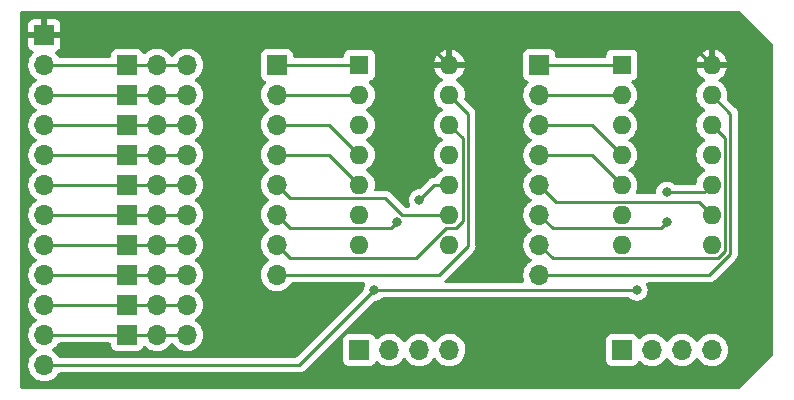
<source format=gtl>
G04 #@! TF.GenerationSoftware,KiCad,Pcbnew,6.0.1-79c1e3a40b~116~ubuntu21.04.1*
G04 #@! TF.CreationDate,2022-02-15T17:06:26-05:00*
G04 #@! TF.ProjectId,reset_modules,72657365-745f-46d6-9f64-756c65732e6b,rev?*
G04 #@! TF.SameCoordinates,Original*
G04 #@! TF.FileFunction,Copper,L1,Top*
G04 #@! TF.FilePolarity,Positive*
%FSLAX46Y46*%
G04 Gerber Fmt 4.6, Leading zero omitted, Abs format (unit mm)*
G04 Created by KiCad (PCBNEW 6.0.1-79c1e3a40b~116~ubuntu21.04.1) date 2022-02-15 17:06:26*
%MOMM*%
%LPD*%
G01*
G04 APERTURE LIST*
G04 #@! TA.AperFunction,ComponentPad*
%ADD10R,1.700000X1.700000*%
G04 #@! TD*
G04 #@! TA.AperFunction,ComponentPad*
%ADD11O,1.700000X1.700000*%
G04 #@! TD*
G04 #@! TA.AperFunction,ComponentPad*
%ADD12R,1.600000X1.600000*%
G04 #@! TD*
G04 #@! TA.AperFunction,ComponentPad*
%ADD13O,1.600000X1.600000*%
G04 #@! TD*
G04 #@! TA.AperFunction,ViaPad*
%ADD14C,0.800000*%
G04 #@! TD*
G04 #@! TA.AperFunction,Conductor*
%ADD15C,0.250000*%
G04 #@! TD*
G04 APERTURE END LIST*
D10*
X112395000Y-85090000D03*
D11*
X112395000Y-87630000D03*
X112395000Y-90170000D03*
X112395000Y-92710000D03*
X112395000Y-95250000D03*
X112395000Y-97790000D03*
X112395000Y-100330000D03*
X112395000Y-102870000D03*
D10*
X90170000Y-85090000D03*
D11*
X90170000Y-87630000D03*
X90170000Y-90170000D03*
X90170000Y-92710000D03*
X90170000Y-95250000D03*
X90170000Y-97790000D03*
X90170000Y-100330000D03*
X90170000Y-102870000D03*
D10*
X97155000Y-109220000D03*
D11*
X99695000Y-109220000D03*
X102235000Y-109220000D03*
X104775000Y-109220000D03*
D10*
X119380000Y-109220000D03*
D11*
X121920000Y-109220000D03*
X124460000Y-109220000D03*
X127000000Y-109220000D03*
D10*
X77470000Y-85090000D03*
D11*
X80010000Y-85090000D03*
X82550000Y-85090000D03*
D10*
X77470000Y-87630000D03*
D11*
X80010000Y-87630000D03*
X82550000Y-87630000D03*
D10*
X77470000Y-90170000D03*
D11*
X80010000Y-90170000D03*
X82550000Y-90170000D03*
D10*
X77470000Y-92710000D03*
D11*
X80010000Y-92710000D03*
X82550000Y-92710000D03*
D10*
X77470000Y-95250000D03*
D11*
X80010000Y-95250000D03*
X82550000Y-95250000D03*
D10*
X77470000Y-97790000D03*
D11*
X80010000Y-97790000D03*
X82550000Y-97790000D03*
D10*
X70485000Y-82550000D03*
D11*
X70485000Y-85090000D03*
X70485000Y-87630000D03*
X70485000Y-90170000D03*
X70485000Y-92710000D03*
X70485000Y-95250000D03*
X70485000Y-97790000D03*
X70485000Y-100330000D03*
X70485000Y-102870000D03*
X70485000Y-105410000D03*
X70485000Y-107950000D03*
X70485000Y-110490000D03*
D10*
X77470000Y-100330000D03*
D11*
X80010000Y-100330000D03*
X82550000Y-100330000D03*
D10*
X77470000Y-102870000D03*
D11*
X80010000Y-102870000D03*
X82550000Y-102870000D03*
D10*
X77470000Y-105410000D03*
D11*
X80010000Y-105410000D03*
X82550000Y-105410000D03*
D10*
X77470000Y-107950000D03*
D11*
X80010000Y-107950000D03*
X82550000Y-107950000D03*
D12*
X119380000Y-85090000D03*
D13*
X119380000Y-87630000D03*
X119380000Y-90170000D03*
X119380000Y-92710000D03*
X119380000Y-95250000D03*
X119380000Y-97790000D03*
X119380000Y-100330000D03*
X127000000Y-100330000D03*
X127000000Y-97790000D03*
X127000000Y-95250000D03*
X127000000Y-92710000D03*
X127000000Y-90170000D03*
X127000000Y-87630000D03*
X127000000Y-85090000D03*
D12*
X97155000Y-85090000D03*
D13*
X97155000Y-87630000D03*
X97155000Y-90170000D03*
X97155000Y-92710000D03*
X97155000Y-95250000D03*
X97155000Y-97790000D03*
X97155000Y-100330000D03*
X104775000Y-100330000D03*
X104775000Y-97790000D03*
X104775000Y-95250000D03*
X104775000Y-92710000D03*
X104775000Y-90170000D03*
X104775000Y-87630000D03*
X104775000Y-85090000D03*
D14*
X123190000Y-98425000D03*
X123190000Y-95885000D03*
X100330000Y-98425000D03*
X102235000Y-96520000D03*
X120650000Y-104140000D03*
X98425000Y-104140000D03*
D15*
X126761412Y-102870000D02*
X112395000Y-102870000D01*
X127000000Y-87630000D02*
X128575010Y-89205010D01*
X128575010Y-89205010D02*
X128575010Y-101056402D01*
X128575010Y-101056402D02*
X126761412Y-102870000D01*
X113520001Y-101455001D02*
X127540001Y-101455001D01*
X128125001Y-100870001D02*
X128125001Y-91295001D01*
X128125001Y-91295001D02*
X127000000Y-90170000D01*
X112395000Y-100330000D02*
X113520001Y-101455001D01*
X127540001Y-101455001D02*
X128125001Y-100870001D01*
X122699999Y-98915001D02*
X123190000Y-98425000D01*
X112395000Y-97790000D02*
X113520001Y-98915001D01*
X123190000Y-95885000D02*
X126365000Y-95885000D01*
X113520001Y-98915001D02*
X122699999Y-98915001D01*
X126365000Y-95885000D02*
X127000000Y-95250000D01*
X125874999Y-96664999D02*
X127000000Y-97790000D01*
X112395000Y-95250000D02*
X113809999Y-96664999D01*
X113809999Y-96664999D02*
X125874999Y-96664999D01*
X112395000Y-92710000D02*
X116840000Y-92710000D01*
X116840000Y-92710000D02*
X119380000Y-95250000D01*
X116840000Y-90170000D02*
X119380000Y-92710000D01*
X112395000Y-90170000D02*
X116840000Y-90170000D01*
X119380000Y-87630000D02*
X112395000Y-87630000D01*
X112395000Y-85090000D02*
X119380000Y-85090000D01*
X106350010Y-100419992D02*
X106350010Y-89205010D01*
X103900002Y-102870000D02*
X106350010Y-100419992D01*
X90170000Y-102870000D02*
X103900002Y-102870000D01*
X106350010Y-89205010D02*
X104775000Y-87630000D01*
X90170000Y-100330000D02*
X91295001Y-101455001D01*
X105900001Y-91295001D02*
X104775000Y-90170000D01*
X101984997Y-101455001D02*
X104524997Y-98915001D01*
X105315001Y-98915001D02*
X105900001Y-98330001D01*
X104524997Y-98915001D02*
X105315001Y-98915001D01*
X105900001Y-98330001D02*
X105900001Y-91295001D01*
X91295001Y-101455001D02*
X101984997Y-101455001D01*
X91295001Y-98915001D02*
X99839999Y-98915001D01*
X103505000Y-95250000D02*
X104775000Y-95250000D01*
X99839999Y-98915001D02*
X100330000Y-98425000D01*
X90170000Y-97790000D02*
X91295001Y-98915001D01*
X102235000Y-96520000D02*
X103505000Y-95250000D01*
X91295001Y-96375001D02*
X90170000Y-95250000D01*
X104775000Y-97790000D02*
X100768002Y-97790000D01*
X99353003Y-96375001D02*
X91295001Y-96375001D01*
X100768002Y-97790000D02*
X99353003Y-96375001D01*
X90170000Y-92710000D02*
X94615000Y-92710000D01*
X94615000Y-92710000D02*
X97155000Y-95250000D01*
X90170000Y-90170000D02*
X94615000Y-90170000D01*
X94615000Y-90170000D02*
X97155000Y-92710000D01*
X90170000Y-87630000D02*
X97155000Y-87630000D01*
X90170000Y-85090000D02*
X97155000Y-85090000D01*
X98425000Y-104140000D02*
X92075000Y-110490000D01*
X92075000Y-110490000D02*
X70485000Y-110490000D01*
X98425000Y-104140000D02*
X120650000Y-104140000D01*
X124460000Y-82550000D02*
X101600000Y-82550000D01*
X102235000Y-82550000D02*
X104775000Y-85090000D01*
X127000000Y-85090000D02*
X124460000Y-82550000D01*
X70485000Y-82550000D02*
X101600000Y-82550000D01*
X101600000Y-82550000D02*
X102235000Y-82550000D01*
X80010000Y-85090000D02*
X82550000Y-85090000D01*
X77215002Y-85090000D02*
X77470000Y-85090000D01*
X77470000Y-85090000D02*
X80010000Y-85090000D01*
X70485000Y-85090000D02*
X77215002Y-85090000D01*
X70485000Y-87630000D02*
X77470000Y-87630000D01*
X82550000Y-87630000D02*
X80010000Y-87630000D01*
X77470000Y-87630000D02*
X80010000Y-87630000D01*
X77470000Y-90170000D02*
X80010000Y-90170000D01*
X80010000Y-90170000D02*
X82550000Y-90170000D01*
X77470000Y-90170000D02*
X70485000Y-90170000D01*
X70485000Y-92710000D02*
X77470000Y-92710000D01*
X82550000Y-92710000D02*
X80010000Y-92710000D01*
X80010000Y-92710000D02*
X77470000Y-92710000D01*
X77470000Y-95250000D02*
X70485000Y-95250000D01*
X77470000Y-95250000D02*
X80010000Y-95250000D01*
X82550000Y-95250000D02*
X80010000Y-95250000D01*
X70485000Y-97790000D02*
X77470000Y-97790000D01*
X80010000Y-97790000D02*
X82550000Y-97790000D01*
X77470000Y-97790000D02*
X80010000Y-97790000D01*
X77470000Y-107950000D02*
X80010000Y-107950000D01*
X82550000Y-107950000D02*
X80010000Y-107950000D01*
X70485000Y-107950000D02*
X77470000Y-107950000D01*
X80010000Y-105410000D02*
X82550000Y-105410000D01*
X77470000Y-105410000D02*
X70485000Y-105410000D01*
X80010000Y-105410000D02*
X77470000Y-105410000D01*
X70485000Y-102870000D02*
X77470000Y-102870000D01*
X77470000Y-102870000D02*
X80010000Y-102870000D01*
X82550000Y-102870000D02*
X80010000Y-102870000D01*
X82550000Y-100330000D02*
X80010000Y-100330000D01*
X77470000Y-100330000D02*
X80010000Y-100330000D01*
X77470000Y-100330000D02*
X70485000Y-100330000D01*
G04 #@! TA.AperFunction,Conductor*
G36*
X129345511Y-80538002D02*
G01*
X129366485Y-80554905D01*
X132170095Y-83358515D01*
X132204121Y-83420827D01*
X132207000Y-83447610D01*
X132207000Y-109592390D01*
X132186998Y-109660511D01*
X132170095Y-109681485D01*
X129366485Y-112485095D01*
X129304173Y-112519121D01*
X129277390Y-112522000D01*
X68579000Y-112522000D01*
X68510879Y-112501998D01*
X68464386Y-112448342D01*
X68453000Y-112396000D01*
X68453000Y-110456695D01*
X69122251Y-110456695D01*
X69122548Y-110461848D01*
X69122548Y-110461851D01*
X69129253Y-110578131D01*
X69135110Y-110679715D01*
X69136247Y-110684761D01*
X69136248Y-110684767D01*
X69160304Y-110791508D01*
X69184222Y-110897639D01*
X69244014Y-111044890D01*
X69261662Y-111088351D01*
X69268266Y-111104616D01*
X69384987Y-111295088D01*
X69531250Y-111463938D01*
X69703126Y-111606632D01*
X69896000Y-111719338D01*
X70104692Y-111799030D01*
X70109760Y-111800061D01*
X70109763Y-111800062D01*
X70217017Y-111821883D01*
X70323597Y-111843567D01*
X70328772Y-111843757D01*
X70328774Y-111843757D01*
X70541673Y-111851564D01*
X70541677Y-111851564D01*
X70546837Y-111851753D01*
X70551957Y-111851097D01*
X70551959Y-111851097D01*
X70763288Y-111824025D01*
X70763289Y-111824025D01*
X70768416Y-111823368D01*
X70773366Y-111821883D01*
X70977429Y-111760661D01*
X70977434Y-111760659D01*
X70982384Y-111759174D01*
X71182994Y-111660896D01*
X71364860Y-111531173D01*
X71523096Y-111373489D01*
X71582594Y-111290689D01*
X71650435Y-111196277D01*
X71653453Y-111192077D01*
X71655746Y-111187437D01*
X71657446Y-111184608D01*
X71709674Y-111136518D01*
X71765451Y-111123500D01*
X91996233Y-111123500D01*
X92007416Y-111124027D01*
X92014909Y-111125702D01*
X92022835Y-111125453D01*
X92022836Y-111125453D01*
X92082986Y-111123562D01*
X92086945Y-111123500D01*
X92114856Y-111123500D01*
X92118791Y-111123003D01*
X92118856Y-111122995D01*
X92130693Y-111122062D01*
X92162951Y-111121048D01*
X92166970Y-111120922D01*
X92174889Y-111120673D01*
X92194343Y-111115021D01*
X92213700Y-111111013D01*
X92225930Y-111109468D01*
X92225931Y-111109468D01*
X92233797Y-111108474D01*
X92241168Y-111105555D01*
X92241170Y-111105555D01*
X92274912Y-111092196D01*
X92286142Y-111088351D01*
X92320983Y-111078229D01*
X92320984Y-111078229D01*
X92328593Y-111076018D01*
X92335412Y-111071985D01*
X92335417Y-111071983D01*
X92346028Y-111065707D01*
X92363776Y-111057012D01*
X92382617Y-111049552D01*
X92418387Y-111023564D01*
X92428307Y-111017048D01*
X92459535Y-110998580D01*
X92459538Y-110998578D01*
X92466362Y-110994542D01*
X92480683Y-110980221D01*
X92495717Y-110967380D01*
X92505694Y-110960131D01*
X92512107Y-110955472D01*
X92540298Y-110921395D01*
X92548288Y-110912616D01*
X93342770Y-110118134D01*
X95796500Y-110118134D01*
X95803255Y-110180316D01*
X95854385Y-110316705D01*
X95941739Y-110433261D01*
X96058295Y-110520615D01*
X96194684Y-110571745D01*
X96256866Y-110578500D01*
X98053134Y-110578500D01*
X98115316Y-110571745D01*
X98251705Y-110520615D01*
X98368261Y-110433261D01*
X98455615Y-110316705D01*
X98482181Y-110245840D01*
X98499598Y-110199382D01*
X98542240Y-110142618D01*
X98608802Y-110117918D01*
X98678150Y-110133126D01*
X98712817Y-110161114D01*
X98741250Y-110193938D01*
X98913126Y-110336632D01*
X99106000Y-110449338D01*
X99314692Y-110529030D01*
X99319760Y-110530061D01*
X99319763Y-110530062D01*
X99427017Y-110551883D01*
X99533597Y-110573567D01*
X99538772Y-110573757D01*
X99538774Y-110573757D01*
X99751673Y-110581564D01*
X99751677Y-110581564D01*
X99756837Y-110581753D01*
X99761957Y-110581097D01*
X99761959Y-110581097D01*
X99973288Y-110554025D01*
X99973289Y-110554025D01*
X99978416Y-110553368D01*
X99983366Y-110551883D01*
X100187429Y-110490661D01*
X100187434Y-110490659D01*
X100192384Y-110489174D01*
X100392994Y-110390896D01*
X100574860Y-110261173D01*
X100581582Y-110254475D01*
X100718616Y-110117918D01*
X100733096Y-110103489D01*
X100863453Y-109922077D01*
X100864776Y-109923028D01*
X100911645Y-109879857D01*
X100981580Y-109867625D01*
X101047026Y-109895144D01*
X101074875Y-109926994D01*
X101134987Y-110025088D01*
X101281250Y-110193938D01*
X101453126Y-110336632D01*
X101646000Y-110449338D01*
X101854692Y-110529030D01*
X101859760Y-110530061D01*
X101859763Y-110530062D01*
X101967017Y-110551883D01*
X102073597Y-110573567D01*
X102078772Y-110573757D01*
X102078774Y-110573757D01*
X102291673Y-110581564D01*
X102291677Y-110581564D01*
X102296837Y-110581753D01*
X102301957Y-110581097D01*
X102301959Y-110581097D01*
X102513288Y-110554025D01*
X102513289Y-110554025D01*
X102518416Y-110553368D01*
X102523366Y-110551883D01*
X102727429Y-110490661D01*
X102727434Y-110490659D01*
X102732384Y-110489174D01*
X102932994Y-110390896D01*
X103114860Y-110261173D01*
X103121582Y-110254475D01*
X103258616Y-110117918D01*
X103273096Y-110103489D01*
X103403453Y-109922077D01*
X103404776Y-109923028D01*
X103451645Y-109879857D01*
X103521580Y-109867625D01*
X103587026Y-109895144D01*
X103614875Y-109926994D01*
X103674987Y-110025088D01*
X103821250Y-110193938D01*
X103993126Y-110336632D01*
X104186000Y-110449338D01*
X104394692Y-110529030D01*
X104399760Y-110530061D01*
X104399763Y-110530062D01*
X104507017Y-110551883D01*
X104613597Y-110573567D01*
X104618772Y-110573757D01*
X104618774Y-110573757D01*
X104831673Y-110581564D01*
X104831677Y-110581564D01*
X104836837Y-110581753D01*
X104841957Y-110581097D01*
X104841959Y-110581097D01*
X105053288Y-110554025D01*
X105053289Y-110554025D01*
X105058416Y-110553368D01*
X105063366Y-110551883D01*
X105267429Y-110490661D01*
X105267434Y-110490659D01*
X105272384Y-110489174D01*
X105472994Y-110390896D01*
X105654860Y-110261173D01*
X105661582Y-110254475D01*
X105798399Y-110118134D01*
X118021500Y-110118134D01*
X118028255Y-110180316D01*
X118079385Y-110316705D01*
X118166739Y-110433261D01*
X118283295Y-110520615D01*
X118419684Y-110571745D01*
X118481866Y-110578500D01*
X120278134Y-110578500D01*
X120340316Y-110571745D01*
X120476705Y-110520615D01*
X120593261Y-110433261D01*
X120680615Y-110316705D01*
X120707181Y-110245840D01*
X120724598Y-110199382D01*
X120767240Y-110142618D01*
X120833802Y-110117918D01*
X120903150Y-110133126D01*
X120937817Y-110161114D01*
X120966250Y-110193938D01*
X121138126Y-110336632D01*
X121331000Y-110449338D01*
X121539692Y-110529030D01*
X121544760Y-110530061D01*
X121544763Y-110530062D01*
X121652017Y-110551883D01*
X121758597Y-110573567D01*
X121763772Y-110573757D01*
X121763774Y-110573757D01*
X121976673Y-110581564D01*
X121976677Y-110581564D01*
X121981837Y-110581753D01*
X121986957Y-110581097D01*
X121986959Y-110581097D01*
X122198288Y-110554025D01*
X122198289Y-110554025D01*
X122203416Y-110553368D01*
X122208366Y-110551883D01*
X122412429Y-110490661D01*
X122412434Y-110490659D01*
X122417384Y-110489174D01*
X122617994Y-110390896D01*
X122799860Y-110261173D01*
X122806582Y-110254475D01*
X122943616Y-110117918D01*
X122958096Y-110103489D01*
X123088453Y-109922077D01*
X123089776Y-109923028D01*
X123136645Y-109879857D01*
X123206580Y-109867625D01*
X123272026Y-109895144D01*
X123299875Y-109926994D01*
X123359987Y-110025088D01*
X123506250Y-110193938D01*
X123678126Y-110336632D01*
X123871000Y-110449338D01*
X124079692Y-110529030D01*
X124084760Y-110530061D01*
X124084763Y-110530062D01*
X124192017Y-110551883D01*
X124298597Y-110573567D01*
X124303772Y-110573757D01*
X124303774Y-110573757D01*
X124516673Y-110581564D01*
X124516677Y-110581564D01*
X124521837Y-110581753D01*
X124526957Y-110581097D01*
X124526959Y-110581097D01*
X124738288Y-110554025D01*
X124738289Y-110554025D01*
X124743416Y-110553368D01*
X124748366Y-110551883D01*
X124952429Y-110490661D01*
X124952434Y-110490659D01*
X124957384Y-110489174D01*
X125157994Y-110390896D01*
X125339860Y-110261173D01*
X125346582Y-110254475D01*
X125483616Y-110117918D01*
X125498096Y-110103489D01*
X125628453Y-109922077D01*
X125629776Y-109923028D01*
X125676645Y-109879857D01*
X125746580Y-109867625D01*
X125812026Y-109895144D01*
X125839875Y-109926994D01*
X125899987Y-110025088D01*
X126046250Y-110193938D01*
X126218126Y-110336632D01*
X126411000Y-110449338D01*
X126619692Y-110529030D01*
X126624760Y-110530061D01*
X126624763Y-110530062D01*
X126732017Y-110551883D01*
X126838597Y-110573567D01*
X126843772Y-110573757D01*
X126843774Y-110573757D01*
X127056673Y-110581564D01*
X127056677Y-110581564D01*
X127061837Y-110581753D01*
X127066957Y-110581097D01*
X127066959Y-110581097D01*
X127278288Y-110554025D01*
X127278289Y-110554025D01*
X127283416Y-110553368D01*
X127288366Y-110551883D01*
X127492429Y-110490661D01*
X127492434Y-110490659D01*
X127497384Y-110489174D01*
X127697994Y-110390896D01*
X127879860Y-110261173D01*
X127886582Y-110254475D01*
X128023616Y-110117918D01*
X128038096Y-110103489D01*
X128168453Y-109922077D01*
X128182045Y-109894577D01*
X128265136Y-109726453D01*
X128265137Y-109726451D01*
X128267430Y-109721811D01*
X128332370Y-109508069D01*
X128361529Y-109286590D01*
X128362177Y-109260062D01*
X128363074Y-109223365D01*
X128363074Y-109223361D01*
X128363156Y-109220000D01*
X128344852Y-108997361D01*
X128290431Y-108780702D01*
X128201354Y-108575840D01*
X128080014Y-108388277D01*
X127929670Y-108223051D01*
X127925619Y-108219852D01*
X127925615Y-108219848D01*
X127758414Y-108087800D01*
X127758410Y-108087798D01*
X127754359Y-108084598D01*
X127558789Y-107976638D01*
X127553920Y-107974914D01*
X127553916Y-107974912D01*
X127353087Y-107903795D01*
X127353083Y-107903794D01*
X127348212Y-107902069D01*
X127343119Y-107901162D01*
X127343116Y-107901161D01*
X127133373Y-107863800D01*
X127133367Y-107863799D01*
X127128284Y-107862894D01*
X127054452Y-107861992D01*
X126910081Y-107860228D01*
X126910079Y-107860228D01*
X126904911Y-107860165D01*
X126684091Y-107893955D01*
X126471756Y-107963357D01*
X126441443Y-107979137D01*
X126369497Y-108016590D01*
X126273607Y-108066507D01*
X126269474Y-108069610D01*
X126269471Y-108069612D01*
X126169374Y-108144767D01*
X126094965Y-108200635D01*
X126091393Y-108204373D01*
X125949748Y-108352596D01*
X125940629Y-108362138D01*
X125833201Y-108519621D01*
X125778293Y-108564621D01*
X125707768Y-108572792D01*
X125644021Y-108541538D01*
X125623324Y-108517054D01*
X125542822Y-108392617D01*
X125542820Y-108392614D01*
X125540014Y-108388277D01*
X125389670Y-108223051D01*
X125385619Y-108219852D01*
X125385615Y-108219848D01*
X125218414Y-108087800D01*
X125218410Y-108087798D01*
X125214359Y-108084598D01*
X125018789Y-107976638D01*
X125013920Y-107974914D01*
X125013916Y-107974912D01*
X124813087Y-107903795D01*
X124813083Y-107903794D01*
X124808212Y-107902069D01*
X124803119Y-107901162D01*
X124803116Y-107901161D01*
X124593373Y-107863800D01*
X124593367Y-107863799D01*
X124588284Y-107862894D01*
X124514452Y-107861992D01*
X124370081Y-107860228D01*
X124370079Y-107860228D01*
X124364911Y-107860165D01*
X124144091Y-107893955D01*
X123931756Y-107963357D01*
X123901443Y-107979137D01*
X123829497Y-108016590D01*
X123733607Y-108066507D01*
X123729474Y-108069610D01*
X123729471Y-108069612D01*
X123629374Y-108144767D01*
X123554965Y-108200635D01*
X123551393Y-108204373D01*
X123409748Y-108352596D01*
X123400629Y-108362138D01*
X123293201Y-108519621D01*
X123238293Y-108564621D01*
X123167768Y-108572792D01*
X123104021Y-108541538D01*
X123083324Y-108517054D01*
X123002822Y-108392617D01*
X123002820Y-108392614D01*
X123000014Y-108388277D01*
X122849670Y-108223051D01*
X122845619Y-108219852D01*
X122845615Y-108219848D01*
X122678414Y-108087800D01*
X122678410Y-108087798D01*
X122674359Y-108084598D01*
X122478789Y-107976638D01*
X122473920Y-107974914D01*
X122473916Y-107974912D01*
X122273087Y-107903795D01*
X122273083Y-107903794D01*
X122268212Y-107902069D01*
X122263119Y-107901162D01*
X122263116Y-107901161D01*
X122053373Y-107863800D01*
X122053367Y-107863799D01*
X122048284Y-107862894D01*
X121974452Y-107861992D01*
X121830081Y-107860228D01*
X121830079Y-107860228D01*
X121824911Y-107860165D01*
X121604091Y-107893955D01*
X121391756Y-107963357D01*
X121361443Y-107979137D01*
X121289497Y-108016590D01*
X121193607Y-108066507D01*
X121189474Y-108069610D01*
X121189471Y-108069612D01*
X121089374Y-108144767D01*
X121014965Y-108200635D01*
X120958537Y-108259684D01*
X120934283Y-108285064D01*
X120872759Y-108320494D01*
X120801846Y-108317037D01*
X120744060Y-108275791D01*
X120725207Y-108242243D01*
X120683767Y-108131703D01*
X120680615Y-108123295D01*
X120593261Y-108006739D01*
X120476705Y-107919385D01*
X120340316Y-107868255D01*
X120278134Y-107861500D01*
X118481866Y-107861500D01*
X118419684Y-107868255D01*
X118283295Y-107919385D01*
X118166739Y-108006739D01*
X118079385Y-108123295D01*
X118028255Y-108259684D01*
X118021500Y-108321866D01*
X118021500Y-110118134D01*
X105798399Y-110118134D01*
X105798616Y-110117918D01*
X105813096Y-110103489D01*
X105943453Y-109922077D01*
X105957045Y-109894577D01*
X106040136Y-109726453D01*
X106040137Y-109726451D01*
X106042430Y-109721811D01*
X106107370Y-109508069D01*
X106136529Y-109286590D01*
X106137177Y-109260062D01*
X106138074Y-109223365D01*
X106138074Y-109223361D01*
X106138156Y-109220000D01*
X106119852Y-108997361D01*
X106065431Y-108780702D01*
X105976354Y-108575840D01*
X105855014Y-108388277D01*
X105704670Y-108223051D01*
X105700619Y-108219852D01*
X105700615Y-108219848D01*
X105533414Y-108087800D01*
X105533410Y-108087798D01*
X105529359Y-108084598D01*
X105333789Y-107976638D01*
X105328920Y-107974914D01*
X105328916Y-107974912D01*
X105128087Y-107903795D01*
X105128083Y-107903794D01*
X105123212Y-107902069D01*
X105118119Y-107901162D01*
X105118116Y-107901161D01*
X104908373Y-107863800D01*
X104908367Y-107863799D01*
X104903284Y-107862894D01*
X104829452Y-107861992D01*
X104685081Y-107860228D01*
X104685079Y-107860228D01*
X104679911Y-107860165D01*
X104459091Y-107893955D01*
X104246756Y-107963357D01*
X104216443Y-107979137D01*
X104144497Y-108016590D01*
X104048607Y-108066507D01*
X104044474Y-108069610D01*
X104044471Y-108069612D01*
X103944374Y-108144767D01*
X103869965Y-108200635D01*
X103866393Y-108204373D01*
X103724748Y-108352596D01*
X103715629Y-108362138D01*
X103608201Y-108519621D01*
X103553293Y-108564621D01*
X103482768Y-108572792D01*
X103419021Y-108541538D01*
X103398324Y-108517054D01*
X103317822Y-108392617D01*
X103317820Y-108392614D01*
X103315014Y-108388277D01*
X103164670Y-108223051D01*
X103160619Y-108219852D01*
X103160615Y-108219848D01*
X102993414Y-108087800D01*
X102993410Y-108087798D01*
X102989359Y-108084598D01*
X102793789Y-107976638D01*
X102788920Y-107974914D01*
X102788916Y-107974912D01*
X102588087Y-107903795D01*
X102588083Y-107903794D01*
X102583212Y-107902069D01*
X102578119Y-107901162D01*
X102578116Y-107901161D01*
X102368373Y-107863800D01*
X102368367Y-107863799D01*
X102363284Y-107862894D01*
X102289452Y-107861992D01*
X102145081Y-107860228D01*
X102145079Y-107860228D01*
X102139911Y-107860165D01*
X101919091Y-107893955D01*
X101706756Y-107963357D01*
X101676443Y-107979137D01*
X101604497Y-108016590D01*
X101508607Y-108066507D01*
X101504474Y-108069610D01*
X101504471Y-108069612D01*
X101404374Y-108144767D01*
X101329965Y-108200635D01*
X101326393Y-108204373D01*
X101184748Y-108352596D01*
X101175629Y-108362138D01*
X101068201Y-108519621D01*
X101013293Y-108564621D01*
X100942768Y-108572792D01*
X100879021Y-108541538D01*
X100858324Y-108517054D01*
X100777822Y-108392617D01*
X100777820Y-108392614D01*
X100775014Y-108388277D01*
X100624670Y-108223051D01*
X100620619Y-108219852D01*
X100620615Y-108219848D01*
X100453414Y-108087800D01*
X100453410Y-108087798D01*
X100449359Y-108084598D01*
X100253789Y-107976638D01*
X100248920Y-107974914D01*
X100248916Y-107974912D01*
X100048087Y-107903795D01*
X100048083Y-107903794D01*
X100043212Y-107902069D01*
X100038119Y-107901162D01*
X100038116Y-107901161D01*
X99828373Y-107863800D01*
X99828367Y-107863799D01*
X99823284Y-107862894D01*
X99749452Y-107861992D01*
X99605081Y-107860228D01*
X99605079Y-107860228D01*
X99599911Y-107860165D01*
X99379091Y-107893955D01*
X99166756Y-107963357D01*
X99136443Y-107979137D01*
X99064497Y-108016590D01*
X98968607Y-108066507D01*
X98964474Y-108069610D01*
X98964471Y-108069612D01*
X98864374Y-108144767D01*
X98789965Y-108200635D01*
X98733537Y-108259684D01*
X98709283Y-108285064D01*
X98647759Y-108320494D01*
X98576846Y-108317037D01*
X98519060Y-108275791D01*
X98500207Y-108242243D01*
X98458767Y-108131703D01*
X98455615Y-108123295D01*
X98368261Y-108006739D01*
X98251705Y-107919385D01*
X98115316Y-107868255D01*
X98053134Y-107861500D01*
X96256866Y-107861500D01*
X96194684Y-107868255D01*
X96058295Y-107919385D01*
X95941739Y-108006739D01*
X95854385Y-108123295D01*
X95803255Y-108259684D01*
X95796500Y-108321866D01*
X95796500Y-110118134D01*
X93342770Y-110118134D01*
X98375500Y-105085405D01*
X98437812Y-105051379D01*
X98464595Y-105048500D01*
X98520487Y-105048500D01*
X98526939Y-105047128D01*
X98526944Y-105047128D01*
X98613888Y-105028647D01*
X98707288Y-105008794D01*
X98781574Y-104975720D01*
X98875722Y-104933803D01*
X98875724Y-104933802D01*
X98881752Y-104931118D01*
X99036253Y-104818866D01*
X99040668Y-104813963D01*
X99045580Y-104809540D01*
X99046705Y-104810789D01*
X99100014Y-104777949D01*
X99133200Y-104773500D01*
X119941800Y-104773500D01*
X120009921Y-104793502D01*
X120029147Y-104809843D01*
X120029420Y-104809540D01*
X120034332Y-104813963D01*
X120038747Y-104818866D01*
X120193248Y-104931118D01*
X120199276Y-104933802D01*
X120199278Y-104933803D01*
X120293426Y-104975720D01*
X120367712Y-105008794D01*
X120461113Y-105028647D01*
X120548056Y-105047128D01*
X120548061Y-105047128D01*
X120554513Y-105048500D01*
X120745487Y-105048500D01*
X120751939Y-105047128D01*
X120751944Y-105047128D01*
X120838888Y-105028647D01*
X120932288Y-105008794D01*
X121006574Y-104975720D01*
X121100722Y-104933803D01*
X121100724Y-104933802D01*
X121106752Y-104931118D01*
X121261253Y-104818866D01*
X121298095Y-104777949D01*
X121384621Y-104681852D01*
X121384622Y-104681851D01*
X121389040Y-104676944D01*
X121461097Y-104552138D01*
X121481223Y-104517279D01*
X121481224Y-104517278D01*
X121484527Y-104511556D01*
X121543542Y-104329928D01*
X121544407Y-104321703D01*
X121562814Y-104146565D01*
X121563504Y-104140000D01*
X121547037Y-103983327D01*
X121544232Y-103956635D01*
X121544232Y-103956633D01*
X121543542Y-103950072D01*
X121484527Y-103768444D01*
X121440681Y-103692500D01*
X121423943Y-103623504D01*
X121447164Y-103556413D01*
X121502971Y-103512526D01*
X121549800Y-103503500D01*
X126682645Y-103503500D01*
X126693828Y-103504027D01*
X126701321Y-103505702D01*
X126709247Y-103505453D01*
X126709248Y-103505453D01*
X126769398Y-103503562D01*
X126773357Y-103503500D01*
X126801268Y-103503500D01*
X126805203Y-103503003D01*
X126805268Y-103502995D01*
X126817105Y-103502062D01*
X126849363Y-103501048D01*
X126853382Y-103500922D01*
X126861301Y-103500673D01*
X126880755Y-103495021D01*
X126900112Y-103491013D01*
X126912342Y-103489468D01*
X126912343Y-103489468D01*
X126920209Y-103488474D01*
X126927580Y-103485555D01*
X126927582Y-103485555D01*
X126961324Y-103472196D01*
X126972554Y-103468351D01*
X127007395Y-103458229D01*
X127007396Y-103458229D01*
X127015005Y-103456018D01*
X127021824Y-103451985D01*
X127021829Y-103451983D01*
X127032440Y-103445707D01*
X127050188Y-103437012D01*
X127069029Y-103429552D01*
X127104799Y-103403564D01*
X127114719Y-103397048D01*
X127145947Y-103378580D01*
X127145950Y-103378578D01*
X127152774Y-103374542D01*
X127167095Y-103360221D01*
X127182129Y-103347380D01*
X127192106Y-103340131D01*
X127198519Y-103335472D01*
X127226710Y-103301395D01*
X127234700Y-103292616D01*
X128967263Y-101560054D01*
X128975549Y-101552514D01*
X128982028Y-101548402D01*
X128999232Y-101530082D01*
X129028653Y-101498751D01*
X129031408Y-101495909D01*
X129051145Y-101476172D01*
X129053625Y-101472975D01*
X129061330Y-101463953D01*
X129091596Y-101431723D01*
X129095415Y-101424777D01*
X129095417Y-101424774D01*
X129101358Y-101413968D01*
X129112209Y-101397449D01*
X129119768Y-101387703D01*
X129124624Y-101381443D01*
X129127771Y-101374171D01*
X129127772Y-101374170D01*
X129142184Y-101340865D01*
X129147401Y-101330215D01*
X129168705Y-101291462D01*
X129173743Y-101271839D01*
X129180147Y-101253136D01*
X129185043Y-101241822D01*
X129185043Y-101241821D01*
X129188191Y-101234547D01*
X129189430Y-101226724D01*
X129189433Y-101226714D01*
X129195109Y-101190878D01*
X129197515Y-101179258D01*
X129206538Y-101144113D01*
X129206538Y-101144112D01*
X129208510Y-101136432D01*
X129208510Y-101116178D01*
X129210061Y-101096467D01*
X129211165Y-101089500D01*
X129213230Y-101076459D01*
X129209069Y-101032440D01*
X129208510Y-101020583D01*
X129208510Y-89283778D01*
X129209037Y-89272595D01*
X129210712Y-89265102D01*
X129208572Y-89197011D01*
X129208510Y-89193054D01*
X129208510Y-89165154D01*
X129208006Y-89161163D01*
X129207073Y-89149321D01*
X129205933Y-89113046D01*
X129205684Y-89105121D01*
X129200031Y-89085662D01*
X129196022Y-89066303D01*
X129195856Y-89064993D01*
X129193484Y-89046213D01*
X129190568Y-89038847D01*
X129190566Y-89038841D01*
X129177210Y-89005108D01*
X129173365Y-88993878D01*
X129163240Y-88959027D01*
X129163240Y-88959026D01*
X129161029Y-88951417D01*
X129150715Y-88933976D01*
X129142018Y-88916223D01*
X129137482Y-88904768D01*
X129134562Y-88897393D01*
X129108573Y-88861622D01*
X129102057Y-88851702D01*
X129089838Y-88831041D01*
X129079552Y-88813648D01*
X129065231Y-88799327D01*
X129052390Y-88784293D01*
X129045141Y-88774316D01*
X129040482Y-88767903D01*
X129006405Y-88739712D01*
X128997626Y-88731722D01*
X128309152Y-88043248D01*
X128275126Y-87980936D01*
X128276541Y-87921541D01*
X128292118Y-87863409D01*
X128292120Y-87863398D01*
X128293543Y-87858087D01*
X128313498Y-87630000D01*
X128293543Y-87401913D01*
X128287593Y-87379707D01*
X128235707Y-87186067D01*
X128235706Y-87186065D01*
X128234284Y-87180757D01*
X128222092Y-87154610D01*
X128139849Y-86978238D01*
X128139846Y-86978233D01*
X128137523Y-86973251D01*
X128064098Y-86868389D01*
X128009357Y-86790211D01*
X128009355Y-86790208D01*
X128006198Y-86785700D01*
X127844300Y-86623802D01*
X127839792Y-86620645D01*
X127839789Y-86620643D01*
X127761611Y-86565902D01*
X127656749Y-86492477D01*
X127651767Y-86490154D01*
X127651762Y-86490151D01*
X127616951Y-86473919D01*
X127563666Y-86427002D01*
X127544205Y-86358725D01*
X127564747Y-86290765D01*
X127616951Y-86245529D01*
X127651511Y-86229414D01*
X127661007Y-86223931D01*
X127839467Y-86098972D01*
X127847875Y-86091916D01*
X128001916Y-85937875D01*
X128008972Y-85929467D01*
X128133931Y-85751007D01*
X128139414Y-85741511D01*
X128231490Y-85544053D01*
X128235236Y-85533761D01*
X128281394Y-85361497D01*
X128281058Y-85347401D01*
X128273116Y-85344000D01*
X125732033Y-85344000D01*
X125718502Y-85347973D01*
X125717273Y-85356522D01*
X125764764Y-85533761D01*
X125768510Y-85544053D01*
X125860586Y-85741511D01*
X125866069Y-85751007D01*
X125991028Y-85929467D01*
X125998084Y-85937875D01*
X126152125Y-86091916D01*
X126160533Y-86098972D01*
X126338993Y-86223931D01*
X126348489Y-86229414D01*
X126383049Y-86245529D01*
X126436334Y-86292446D01*
X126455795Y-86360723D01*
X126435253Y-86428683D01*
X126383049Y-86473919D01*
X126348238Y-86490151D01*
X126348233Y-86490154D01*
X126343251Y-86492477D01*
X126238389Y-86565902D01*
X126160211Y-86620643D01*
X126160208Y-86620645D01*
X126155700Y-86623802D01*
X125993802Y-86785700D01*
X125990645Y-86790208D01*
X125990643Y-86790211D01*
X125935902Y-86868389D01*
X125862477Y-86973251D01*
X125860154Y-86978233D01*
X125860151Y-86978238D01*
X125777908Y-87154610D01*
X125765716Y-87180757D01*
X125764294Y-87186065D01*
X125764293Y-87186067D01*
X125712407Y-87379707D01*
X125706457Y-87401913D01*
X125686502Y-87630000D01*
X125706457Y-87858087D01*
X125707881Y-87863400D01*
X125707881Y-87863402D01*
X125755851Y-88042425D01*
X125765716Y-88079243D01*
X125768039Y-88084224D01*
X125768039Y-88084225D01*
X125860151Y-88281762D01*
X125860154Y-88281767D01*
X125862477Y-88286749D01*
X125890968Y-88327438D01*
X125969078Y-88438990D01*
X125993802Y-88474300D01*
X126155700Y-88636198D01*
X126160208Y-88639355D01*
X126160211Y-88639357D01*
X126200445Y-88667529D01*
X126343251Y-88767523D01*
X126348233Y-88769846D01*
X126348238Y-88769849D01*
X126382457Y-88785805D01*
X126435742Y-88832722D01*
X126455203Y-88900999D01*
X126434661Y-88968959D01*
X126382457Y-89014195D01*
X126348238Y-89030151D01*
X126348233Y-89030154D01*
X126343251Y-89032477D01*
X126312402Y-89054078D01*
X126160211Y-89160643D01*
X126160208Y-89160645D01*
X126155700Y-89163802D01*
X125993802Y-89325700D01*
X125990645Y-89330208D01*
X125990643Y-89330211D01*
X125935902Y-89408389D01*
X125862477Y-89513251D01*
X125860154Y-89518233D01*
X125860151Y-89518238D01*
X125779409Y-89691392D01*
X125765716Y-89720757D01*
X125764294Y-89726065D01*
X125764293Y-89726067D01*
X125712407Y-89919707D01*
X125706457Y-89941913D01*
X125686502Y-90170000D01*
X125706457Y-90398087D01*
X125707881Y-90403400D01*
X125707881Y-90403402D01*
X125755851Y-90582425D01*
X125765716Y-90619243D01*
X125768039Y-90624224D01*
X125768039Y-90624225D01*
X125860151Y-90821762D01*
X125860154Y-90821767D01*
X125862477Y-90826749D01*
X125890968Y-90867438D01*
X125969078Y-90978990D01*
X125993802Y-91014300D01*
X126155700Y-91176198D01*
X126160208Y-91179355D01*
X126160211Y-91179357D01*
X126200445Y-91207529D01*
X126343251Y-91307523D01*
X126348233Y-91309846D01*
X126348238Y-91309849D01*
X126382457Y-91325805D01*
X126435742Y-91372722D01*
X126455203Y-91440999D01*
X126434661Y-91508959D01*
X126382457Y-91554195D01*
X126348238Y-91570151D01*
X126348233Y-91570154D01*
X126343251Y-91572477D01*
X126295220Y-91606109D01*
X126160211Y-91700643D01*
X126160208Y-91700645D01*
X126155700Y-91703802D01*
X125993802Y-91865700D01*
X125990645Y-91870208D01*
X125990643Y-91870211D01*
X125935902Y-91948389D01*
X125862477Y-92053251D01*
X125860154Y-92058233D01*
X125860151Y-92058238D01*
X125779409Y-92231392D01*
X125765716Y-92260757D01*
X125764294Y-92266065D01*
X125764293Y-92266067D01*
X125712407Y-92459707D01*
X125706457Y-92481913D01*
X125686502Y-92710000D01*
X125706457Y-92938087D01*
X125707881Y-92943400D01*
X125707881Y-92943402D01*
X125755851Y-93122425D01*
X125765716Y-93159243D01*
X125768039Y-93164224D01*
X125768039Y-93164225D01*
X125860151Y-93361762D01*
X125860154Y-93361767D01*
X125862477Y-93366749D01*
X125890968Y-93407438D01*
X125969078Y-93518990D01*
X125993802Y-93554300D01*
X126155700Y-93716198D01*
X126160208Y-93719355D01*
X126160211Y-93719357D01*
X126200445Y-93747529D01*
X126343251Y-93847523D01*
X126348233Y-93849846D01*
X126348238Y-93849849D01*
X126382457Y-93865805D01*
X126435742Y-93912722D01*
X126455203Y-93980999D01*
X126434661Y-94048959D01*
X126382457Y-94094195D01*
X126348238Y-94110151D01*
X126348233Y-94110154D01*
X126343251Y-94112477D01*
X126295220Y-94146109D01*
X126160211Y-94240643D01*
X126160208Y-94240645D01*
X126155700Y-94243802D01*
X125993802Y-94405700D01*
X125990645Y-94410208D01*
X125990643Y-94410211D01*
X125935902Y-94488389D01*
X125862477Y-94593251D01*
X125860154Y-94598233D01*
X125860151Y-94598238D01*
X125777908Y-94774610D01*
X125765716Y-94800757D01*
X125764294Y-94806065D01*
X125764293Y-94806067D01*
X125712407Y-94999707D01*
X125706457Y-95021913D01*
X125705978Y-95027389D01*
X125705977Y-95027394D01*
X125696434Y-95136481D01*
X125670571Y-95202599D01*
X125613067Y-95244239D01*
X125570913Y-95251500D01*
X123898200Y-95251500D01*
X123830079Y-95231498D01*
X123810853Y-95215157D01*
X123810580Y-95215460D01*
X123805668Y-95211037D01*
X123801253Y-95206134D01*
X123646752Y-95093882D01*
X123640724Y-95091198D01*
X123640722Y-95091197D01*
X123478319Y-95018891D01*
X123478318Y-95018891D01*
X123472288Y-95016206D01*
X123370499Y-94994570D01*
X123291944Y-94977872D01*
X123291939Y-94977872D01*
X123285487Y-94976500D01*
X123094513Y-94976500D01*
X123088061Y-94977872D01*
X123088056Y-94977872D01*
X123009501Y-94994570D01*
X122907712Y-95016206D01*
X122901682Y-95018891D01*
X122901681Y-95018891D01*
X122739278Y-95091197D01*
X122739276Y-95091198D01*
X122733248Y-95093882D01*
X122578747Y-95206134D01*
X122574326Y-95211044D01*
X122574325Y-95211045D01*
X122476305Y-95319908D01*
X122450960Y-95348056D01*
X122355473Y-95513444D01*
X122296458Y-95695072D01*
X122295768Y-95701633D01*
X122295768Y-95701635D01*
X122282251Y-95830243D01*
X122276496Y-95885000D01*
X122277186Y-95891565D01*
X122277186Y-95891573D01*
X122277266Y-95892334D01*
X122277186Y-95892771D01*
X122277186Y-95898170D01*
X122276198Y-95898170D01*
X122264491Y-95962171D01*
X122215987Y-96014016D01*
X122151956Y-96031499D01*
X120657132Y-96031499D01*
X120589011Y-96011497D01*
X120542518Y-95957841D01*
X120532414Y-95887567D01*
X120542937Y-95852250D01*
X120611959Y-95704230D01*
X120611961Y-95704225D01*
X120614284Y-95699243D01*
X120624150Y-95662425D01*
X120672119Y-95483402D01*
X120672119Y-95483400D01*
X120673543Y-95478087D01*
X120693498Y-95250000D01*
X120673543Y-95021913D01*
X120667593Y-94999707D01*
X120615707Y-94806067D01*
X120615706Y-94806065D01*
X120614284Y-94800757D01*
X120602092Y-94774610D01*
X120519849Y-94598238D01*
X120519846Y-94598233D01*
X120517523Y-94593251D01*
X120444098Y-94488389D01*
X120389357Y-94410211D01*
X120389355Y-94410208D01*
X120386198Y-94405700D01*
X120224300Y-94243802D01*
X120219792Y-94240645D01*
X120219789Y-94240643D01*
X120084780Y-94146109D01*
X120036749Y-94112477D01*
X120031767Y-94110154D01*
X120031762Y-94110151D01*
X119997543Y-94094195D01*
X119944258Y-94047278D01*
X119924797Y-93979001D01*
X119945339Y-93911041D01*
X119997543Y-93865805D01*
X120031762Y-93849849D01*
X120031767Y-93849846D01*
X120036749Y-93847523D01*
X120179555Y-93747529D01*
X120219789Y-93719357D01*
X120219792Y-93719355D01*
X120224300Y-93716198D01*
X120386198Y-93554300D01*
X120410923Y-93518990D01*
X120489032Y-93407438D01*
X120517523Y-93366749D01*
X120519846Y-93361767D01*
X120519849Y-93361762D01*
X120611961Y-93164225D01*
X120611961Y-93164224D01*
X120614284Y-93159243D01*
X120624150Y-93122425D01*
X120672119Y-92943402D01*
X120672119Y-92943400D01*
X120673543Y-92938087D01*
X120693498Y-92710000D01*
X120673543Y-92481913D01*
X120667593Y-92459707D01*
X120615707Y-92266067D01*
X120615706Y-92266065D01*
X120614284Y-92260757D01*
X120600591Y-92231392D01*
X120519849Y-92058238D01*
X120519846Y-92058233D01*
X120517523Y-92053251D01*
X120444098Y-91948389D01*
X120389357Y-91870211D01*
X120389355Y-91870208D01*
X120386198Y-91865700D01*
X120224300Y-91703802D01*
X120219792Y-91700645D01*
X120219789Y-91700643D01*
X120084780Y-91606109D01*
X120036749Y-91572477D01*
X120031767Y-91570154D01*
X120031762Y-91570151D01*
X119997543Y-91554195D01*
X119944258Y-91507278D01*
X119924797Y-91439001D01*
X119945339Y-91371041D01*
X119997543Y-91325805D01*
X120031762Y-91309849D01*
X120031767Y-91309846D01*
X120036749Y-91307523D01*
X120179555Y-91207529D01*
X120219789Y-91179357D01*
X120219792Y-91179355D01*
X120224300Y-91176198D01*
X120386198Y-91014300D01*
X120410923Y-90978990D01*
X120489032Y-90867438D01*
X120517523Y-90826749D01*
X120519846Y-90821767D01*
X120519849Y-90821762D01*
X120611961Y-90624225D01*
X120611961Y-90624224D01*
X120614284Y-90619243D01*
X120624150Y-90582425D01*
X120672119Y-90403402D01*
X120672119Y-90403400D01*
X120673543Y-90398087D01*
X120693498Y-90170000D01*
X120673543Y-89941913D01*
X120667593Y-89919707D01*
X120615707Y-89726067D01*
X120615706Y-89726065D01*
X120614284Y-89720757D01*
X120600591Y-89691392D01*
X120519849Y-89518238D01*
X120519846Y-89518233D01*
X120517523Y-89513251D01*
X120444098Y-89408389D01*
X120389357Y-89330211D01*
X120389355Y-89330208D01*
X120386198Y-89325700D01*
X120224300Y-89163802D01*
X120219792Y-89160645D01*
X120219789Y-89160643D01*
X120067598Y-89054078D01*
X120036749Y-89032477D01*
X120031767Y-89030154D01*
X120031762Y-89030151D01*
X119997543Y-89014195D01*
X119944258Y-88967278D01*
X119924797Y-88899001D01*
X119945339Y-88831041D01*
X119997543Y-88785805D01*
X120031762Y-88769849D01*
X120031767Y-88769846D01*
X120036749Y-88767523D01*
X120179555Y-88667529D01*
X120219789Y-88639357D01*
X120219792Y-88639355D01*
X120224300Y-88636198D01*
X120386198Y-88474300D01*
X120410923Y-88438990D01*
X120489032Y-88327438D01*
X120517523Y-88286749D01*
X120519846Y-88281767D01*
X120519849Y-88281762D01*
X120611961Y-88084225D01*
X120611961Y-88084224D01*
X120614284Y-88079243D01*
X120624150Y-88042425D01*
X120672119Y-87863402D01*
X120672119Y-87863400D01*
X120673543Y-87858087D01*
X120693498Y-87630000D01*
X120673543Y-87401913D01*
X120667593Y-87379707D01*
X120615707Y-87186067D01*
X120615706Y-87186065D01*
X120614284Y-87180757D01*
X120602092Y-87154610D01*
X120519849Y-86978238D01*
X120519846Y-86978233D01*
X120517523Y-86973251D01*
X120444098Y-86868389D01*
X120389357Y-86790211D01*
X120389355Y-86790208D01*
X120386198Y-86785700D01*
X120224300Y-86623802D01*
X120219789Y-86620643D01*
X120215576Y-86617108D01*
X120216527Y-86615974D01*
X120176529Y-86565929D01*
X120169224Y-86495310D01*
X120201258Y-86431951D01*
X120262462Y-86395970D01*
X120279517Y-86392918D01*
X120290316Y-86391745D01*
X120426705Y-86340615D01*
X120543261Y-86253261D01*
X120630615Y-86136705D01*
X120681745Y-86000316D01*
X120688500Y-85938134D01*
X120688500Y-84818503D01*
X125718606Y-84818503D01*
X125718942Y-84832599D01*
X125726884Y-84836000D01*
X126727885Y-84836000D01*
X126743124Y-84831525D01*
X126744329Y-84830135D01*
X126746000Y-84822452D01*
X126746000Y-84817885D01*
X127254000Y-84817885D01*
X127258475Y-84833124D01*
X127259865Y-84834329D01*
X127267548Y-84836000D01*
X128267967Y-84836000D01*
X128281498Y-84832027D01*
X128282727Y-84823478D01*
X128235236Y-84646239D01*
X128231490Y-84635947D01*
X128139414Y-84438489D01*
X128133931Y-84428993D01*
X128008972Y-84250533D01*
X128001916Y-84242125D01*
X127847875Y-84088084D01*
X127839467Y-84081028D01*
X127661007Y-83956069D01*
X127651511Y-83950586D01*
X127454053Y-83858510D01*
X127443761Y-83854764D01*
X127271497Y-83808606D01*
X127257401Y-83808942D01*
X127254000Y-83816884D01*
X127254000Y-84817885D01*
X126746000Y-84817885D01*
X126746000Y-83822033D01*
X126742027Y-83808502D01*
X126733478Y-83807273D01*
X126556239Y-83854764D01*
X126545947Y-83858510D01*
X126348489Y-83950586D01*
X126338993Y-83956069D01*
X126160533Y-84081028D01*
X126152125Y-84088084D01*
X125998084Y-84242125D01*
X125991028Y-84250533D01*
X125866069Y-84428993D01*
X125860586Y-84438489D01*
X125768510Y-84635947D01*
X125764764Y-84646239D01*
X125718606Y-84818503D01*
X120688500Y-84818503D01*
X120688500Y-84241866D01*
X120681745Y-84179684D01*
X120630615Y-84043295D01*
X120543261Y-83926739D01*
X120426705Y-83839385D01*
X120290316Y-83788255D01*
X120228134Y-83781500D01*
X118531866Y-83781500D01*
X118469684Y-83788255D01*
X118333295Y-83839385D01*
X118216739Y-83926739D01*
X118129385Y-84043295D01*
X118078255Y-84179684D01*
X118071500Y-84241866D01*
X118071500Y-84330500D01*
X118051498Y-84398621D01*
X117997842Y-84445114D01*
X117945500Y-84456500D01*
X113879500Y-84456500D01*
X113811379Y-84436498D01*
X113764886Y-84382842D01*
X113753500Y-84330500D01*
X113753500Y-84191866D01*
X113746745Y-84129684D01*
X113695615Y-83993295D01*
X113608261Y-83876739D01*
X113491705Y-83789385D01*
X113355316Y-83738255D01*
X113293134Y-83731500D01*
X111496866Y-83731500D01*
X111434684Y-83738255D01*
X111298295Y-83789385D01*
X111181739Y-83876739D01*
X111094385Y-83993295D01*
X111043255Y-84129684D01*
X111036500Y-84191866D01*
X111036500Y-85988134D01*
X111043255Y-86050316D01*
X111094385Y-86186705D01*
X111181739Y-86303261D01*
X111298295Y-86390615D01*
X111306704Y-86393767D01*
X111306705Y-86393768D01*
X111415451Y-86434535D01*
X111472216Y-86477176D01*
X111496916Y-86543738D01*
X111481709Y-86613087D01*
X111462316Y-86639568D01*
X111378729Y-86727037D01*
X111335629Y-86772138D01*
X111332720Y-86776403D01*
X111332714Y-86776411D01*
X111323300Y-86790211D01*
X111209743Y-86956680D01*
X111115688Y-87159305D01*
X111055989Y-87374570D01*
X111032251Y-87596695D01*
X111032548Y-87601848D01*
X111032548Y-87601851D01*
X111038011Y-87696590D01*
X111045110Y-87819715D01*
X111046247Y-87824761D01*
X111046248Y-87824767D01*
X111054955Y-87863402D01*
X111094222Y-88037639D01*
X111178266Y-88244616D01*
X111180965Y-88249020D01*
X111292286Y-88430680D01*
X111294987Y-88435088D01*
X111441250Y-88603938D01*
X111613126Y-88746632D01*
X111660502Y-88774316D01*
X111686445Y-88789476D01*
X111735169Y-88841114D01*
X111748240Y-88910897D01*
X111721509Y-88976669D01*
X111681055Y-89010027D01*
X111668607Y-89016507D01*
X111664474Y-89019610D01*
X111664471Y-89019612D01*
X111494100Y-89147530D01*
X111489965Y-89150635D01*
X111486393Y-89154373D01*
X111378729Y-89267037D01*
X111335629Y-89312138D01*
X111332720Y-89316403D01*
X111332714Y-89316411D01*
X111323300Y-89330211D01*
X111209743Y-89496680D01*
X111171011Y-89580121D01*
X111134471Y-89658841D01*
X111115688Y-89699305D01*
X111055989Y-89914570D01*
X111032251Y-90136695D01*
X111032548Y-90141848D01*
X111032548Y-90141851D01*
X111041694Y-90300465D01*
X111045110Y-90359715D01*
X111046247Y-90364761D01*
X111046248Y-90364767D01*
X111054955Y-90403402D01*
X111094222Y-90577639D01*
X111178266Y-90784616D01*
X111213500Y-90842113D01*
X111292286Y-90970680D01*
X111294987Y-90975088D01*
X111441250Y-91143938D01*
X111613126Y-91286632D01*
X111680163Y-91325805D01*
X111686445Y-91329476D01*
X111735169Y-91381114D01*
X111748240Y-91450897D01*
X111721509Y-91516669D01*
X111681055Y-91550027D01*
X111668607Y-91556507D01*
X111664474Y-91559610D01*
X111664471Y-91559612D01*
X111494100Y-91687530D01*
X111489965Y-91690635D01*
X111486393Y-91694373D01*
X111378729Y-91807037D01*
X111335629Y-91852138D01*
X111332720Y-91856403D01*
X111332714Y-91856411D01*
X111323300Y-91870211D01*
X111209743Y-92036680D01*
X111171011Y-92120121D01*
X111134471Y-92198841D01*
X111115688Y-92239305D01*
X111055989Y-92454570D01*
X111032251Y-92676695D01*
X111032548Y-92681848D01*
X111032548Y-92681851D01*
X111041694Y-92840465D01*
X111045110Y-92899715D01*
X111046247Y-92904761D01*
X111046248Y-92904767D01*
X111054955Y-92943402D01*
X111094222Y-93117639D01*
X111178266Y-93324616D01*
X111213500Y-93382113D01*
X111292286Y-93510680D01*
X111294987Y-93515088D01*
X111441250Y-93683938D01*
X111613126Y-93826632D01*
X111680163Y-93865805D01*
X111686445Y-93869476D01*
X111735169Y-93921114D01*
X111748240Y-93990897D01*
X111721509Y-94056669D01*
X111681055Y-94090027D01*
X111668607Y-94096507D01*
X111664474Y-94099610D01*
X111664471Y-94099612D01*
X111494100Y-94227530D01*
X111489965Y-94230635D01*
X111486393Y-94234373D01*
X111378729Y-94347037D01*
X111335629Y-94392138D01*
X111332720Y-94396403D01*
X111332714Y-94396411D01*
X111323300Y-94410211D01*
X111209743Y-94576680D01*
X111115688Y-94779305D01*
X111055989Y-94994570D01*
X111032251Y-95216695D01*
X111032548Y-95221848D01*
X111032548Y-95221851D01*
X111038011Y-95316590D01*
X111045110Y-95439715D01*
X111046247Y-95444761D01*
X111046248Y-95444767D01*
X111054955Y-95483402D01*
X111094222Y-95657639D01*
X111141391Y-95773802D01*
X111174197Y-95854594D01*
X111178266Y-95864616D01*
X111213500Y-95922113D01*
X111292286Y-96050680D01*
X111294987Y-96055088D01*
X111441250Y-96223938D01*
X111613126Y-96366632D01*
X111680163Y-96405805D01*
X111686445Y-96409476D01*
X111735169Y-96461114D01*
X111748240Y-96530897D01*
X111721509Y-96596669D01*
X111681055Y-96630027D01*
X111668607Y-96636507D01*
X111664474Y-96639610D01*
X111664471Y-96639612D01*
X111494100Y-96767530D01*
X111489965Y-96770635D01*
X111486393Y-96774373D01*
X111378729Y-96887037D01*
X111335629Y-96932138D01*
X111332720Y-96936403D01*
X111332714Y-96936411D01*
X111323300Y-96950211D01*
X111209743Y-97116680D01*
X111195623Y-97147099D01*
X111124575Y-97300160D01*
X111115688Y-97319305D01*
X111055989Y-97534570D01*
X111032251Y-97756695D01*
X111032548Y-97761848D01*
X111032548Y-97761851D01*
X111038011Y-97856590D01*
X111045110Y-97979715D01*
X111046247Y-97984761D01*
X111046248Y-97984767D01*
X111063142Y-98059729D01*
X111094222Y-98197639D01*
X111178266Y-98404616D01*
X111180965Y-98409020D01*
X111292286Y-98590680D01*
X111294987Y-98595088D01*
X111441250Y-98763938D01*
X111613126Y-98906632D01*
X111680163Y-98945805D01*
X111686445Y-98949476D01*
X111735169Y-99001114D01*
X111748240Y-99070897D01*
X111721509Y-99136669D01*
X111681055Y-99170027D01*
X111668607Y-99176507D01*
X111664474Y-99179610D01*
X111664471Y-99179612D01*
X111494100Y-99307530D01*
X111489965Y-99310635D01*
X111486393Y-99314373D01*
X111378729Y-99427037D01*
X111335629Y-99472138D01*
X111332720Y-99476403D01*
X111332714Y-99476411D01*
X111323300Y-99490211D01*
X111209743Y-99656680D01*
X111115688Y-99859305D01*
X111055989Y-100074570D01*
X111032251Y-100296695D01*
X111032548Y-100301848D01*
X111032548Y-100301851D01*
X111044417Y-100507703D01*
X111045110Y-100519715D01*
X111046247Y-100524761D01*
X111046248Y-100524767D01*
X111054955Y-100563402D01*
X111094222Y-100737639D01*
X111178266Y-100944616D01*
X111227285Y-101024608D01*
X111292286Y-101130680D01*
X111294987Y-101135088D01*
X111441250Y-101303938D01*
X111613126Y-101446632D01*
X111663678Y-101476172D01*
X111686445Y-101489476D01*
X111735169Y-101541114D01*
X111748240Y-101610897D01*
X111721509Y-101676669D01*
X111681055Y-101710027D01*
X111668607Y-101716507D01*
X111664474Y-101719610D01*
X111664471Y-101719612D01*
X111494100Y-101847530D01*
X111489965Y-101850635D01*
X111486393Y-101854373D01*
X111378729Y-101967037D01*
X111335629Y-102012138D01*
X111209743Y-102196680D01*
X111115688Y-102399305D01*
X111055989Y-102614570D01*
X111032251Y-102836695D01*
X111032548Y-102841848D01*
X111032548Y-102841851D01*
X111038011Y-102936590D01*
X111045110Y-103059715D01*
X111046247Y-103064761D01*
X111046248Y-103064767D01*
X111066119Y-103152939D01*
X111094222Y-103277639D01*
X111096164Y-103282422D01*
X111096167Y-103282431D01*
X111116740Y-103333095D01*
X111123837Y-103403736D01*
X111091615Y-103467000D01*
X111030306Y-103502801D01*
X110999998Y-103506500D01*
X104463596Y-103506500D01*
X104395475Y-103486498D01*
X104348982Y-103432842D01*
X104338878Y-103362568D01*
X104368372Y-103297988D01*
X104374501Y-103291405D01*
X106742257Y-100923649D01*
X106750547Y-100916105D01*
X106757028Y-100911992D01*
X106803669Y-100862324D01*
X106806423Y-100859483D01*
X106826145Y-100839761D01*
X106828622Y-100836568D01*
X106836327Y-100827547D01*
X106861169Y-100801092D01*
X106866596Y-100795313D01*
X106870417Y-100788363D01*
X106876356Y-100777560D01*
X106887212Y-100761033D01*
X106894767Y-100751294D01*
X106894768Y-100751292D01*
X106899624Y-100745032D01*
X106917184Y-100704452D01*
X106922401Y-100693804D01*
X106939885Y-100662001D01*
X106939886Y-100661999D01*
X106943705Y-100655052D01*
X106948743Y-100635429D01*
X106955147Y-100616726D01*
X106960043Y-100605412D01*
X106960043Y-100605411D01*
X106963191Y-100598137D01*
X106964430Y-100590314D01*
X106964433Y-100590304D01*
X106970109Y-100554468D01*
X106972515Y-100542848D01*
X106981538Y-100507703D01*
X106981538Y-100507702D01*
X106983510Y-100500022D01*
X106983510Y-100479768D01*
X106985061Y-100460057D01*
X106986990Y-100447878D01*
X106988230Y-100440049D01*
X106984069Y-100396030D01*
X106983510Y-100384173D01*
X106983510Y-89283778D01*
X106984037Y-89272595D01*
X106985712Y-89265102D01*
X106983572Y-89197011D01*
X106983510Y-89193054D01*
X106983510Y-89165154D01*
X106983006Y-89161163D01*
X106982073Y-89149321D01*
X106980933Y-89113046D01*
X106980684Y-89105121D01*
X106975031Y-89085662D01*
X106971022Y-89066303D01*
X106970856Y-89064993D01*
X106968484Y-89046213D01*
X106965568Y-89038847D01*
X106965566Y-89038841D01*
X106952210Y-89005108D01*
X106948365Y-88993878D01*
X106938240Y-88959027D01*
X106938240Y-88959026D01*
X106936029Y-88951417D01*
X106925715Y-88933976D01*
X106917018Y-88916223D01*
X106912482Y-88904768D01*
X106909562Y-88897393D01*
X106883573Y-88861622D01*
X106877057Y-88851702D01*
X106864838Y-88831041D01*
X106854552Y-88813648D01*
X106840231Y-88799327D01*
X106827390Y-88784293D01*
X106820141Y-88774316D01*
X106815482Y-88767903D01*
X106781405Y-88739712D01*
X106772626Y-88731722D01*
X106084152Y-88043248D01*
X106050126Y-87980936D01*
X106051541Y-87921541D01*
X106067118Y-87863409D01*
X106067120Y-87863398D01*
X106068543Y-87858087D01*
X106088498Y-87630000D01*
X106068543Y-87401913D01*
X106062593Y-87379707D01*
X106010707Y-87186067D01*
X106010706Y-87186065D01*
X106009284Y-87180757D01*
X105997092Y-87154610D01*
X105914849Y-86978238D01*
X105914846Y-86978233D01*
X105912523Y-86973251D01*
X105839098Y-86868389D01*
X105784357Y-86790211D01*
X105784355Y-86790208D01*
X105781198Y-86785700D01*
X105619300Y-86623802D01*
X105614792Y-86620645D01*
X105614789Y-86620643D01*
X105536611Y-86565902D01*
X105431749Y-86492477D01*
X105426767Y-86490154D01*
X105426762Y-86490151D01*
X105391951Y-86473919D01*
X105338666Y-86427002D01*
X105319205Y-86358725D01*
X105339747Y-86290765D01*
X105391951Y-86245529D01*
X105426511Y-86229414D01*
X105436007Y-86223931D01*
X105614467Y-86098972D01*
X105622875Y-86091916D01*
X105776916Y-85937875D01*
X105783972Y-85929467D01*
X105908931Y-85751007D01*
X105914414Y-85741511D01*
X106006490Y-85544053D01*
X106010236Y-85533761D01*
X106056394Y-85361497D01*
X106056058Y-85347401D01*
X106048116Y-85344000D01*
X103507033Y-85344000D01*
X103493502Y-85347973D01*
X103492273Y-85356522D01*
X103539764Y-85533761D01*
X103543510Y-85544053D01*
X103635586Y-85741511D01*
X103641069Y-85751007D01*
X103766028Y-85929467D01*
X103773084Y-85937875D01*
X103927125Y-86091916D01*
X103935533Y-86098972D01*
X104113993Y-86223931D01*
X104123489Y-86229414D01*
X104158049Y-86245529D01*
X104211334Y-86292446D01*
X104230795Y-86360723D01*
X104210253Y-86428683D01*
X104158049Y-86473919D01*
X104123238Y-86490151D01*
X104123233Y-86490154D01*
X104118251Y-86492477D01*
X104013389Y-86565902D01*
X103935211Y-86620643D01*
X103935208Y-86620645D01*
X103930700Y-86623802D01*
X103768802Y-86785700D01*
X103765645Y-86790208D01*
X103765643Y-86790211D01*
X103710902Y-86868389D01*
X103637477Y-86973251D01*
X103635154Y-86978233D01*
X103635151Y-86978238D01*
X103552908Y-87154610D01*
X103540716Y-87180757D01*
X103539294Y-87186065D01*
X103539293Y-87186067D01*
X103487407Y-87379707D01*
X103481457Y-87401913D01*
X103461502Y-87630000D01*
X103481457Y-87858087D01*
X103482881Y-87863400D01*
X103482881Y-87863402D01*
X103530851Y-88042425D01*
X103540716Y-88079243D01*
X103543039Y-88084224D01*
X103543039Y-88084225D01*
X103635151Y-88281762D01*
X103635154Y-88281767D01*
X103637477Y-88286749D01*
X103665968Y-88327438D01*
X103744078Y-88438990D01*
X103768802Y-88474300D01*
X103930700Y-88636198D01*
X103935208Y-88639355D01*
X103935211Y-88639357D01*
X103975445Y-88667529D01*
X104118251Y-88767523D01*
X104123233Y-88769846D01*
X104123238Y-88769849D01*
X104157457Y-88785805D01*
X104210742Y-88832722D01*
X104230203Y-88900999D01*
X104209661Y-88968959D01*
X104157457Y-89014195D01*
X104123238Y-89030151D01*
X104123233Y-89030154D01*
X104118251Y-89032477D01*
X104087402Y-89054078D01*
X103935211Y-89160643D01*
X103935208Y-89160645D01*
X103930700Y-89163802D01*
X103768802Y-89325700D01*
X103765645Y-89330208D01*
X103765643Y-89330211D01*
X103710902Y-89408389D01*
X103637477Y-89513251D01*
X103635154Y-89518233D01*
X103635151Y-89518238D01*
X103554409Y-89691392D01*
X103540716Y-89720757D01*
X103539294Y-89726065D01*
X103539293Y-89726067D01*
X103487407Y-89919707D01*
X103481457Y-89941913D01*
X103461502Y-90170000D01*
X103481457Y-90398087D01*
X103482881Y-90403400D01*
X103482881Y-90403402D01*
X103530851Y-90582425D01*
X103540716Y-90619243D01*
X103543039Y-90624224D01*
X103543039Y-90624225D01*
X103635151Y-90821762D01*
X103635154Y-90821767D01*
X103637477Y-90826749D01*
X103665968Y-90867438D01*
X103744078Y-90978990D01*
X103768802Y-91014300D01*
X103930700Y-91176198D01*
X103935208Y-91179355D01*
X103935211Y-91179357D01*
X103975445Y-91207529D01*
X104118251Y-91307523D01*
X104123233Y-91309846D01*
X104123238Y-91309849D01*
X104157457Y-91325805D01*
X104210742Y-91372722D01*
X104230203Y-91440999D01*
X104209661Y-91508959D01*
X104157457Y-91554195D01*
X104123238Y-91570151D01*
X104123233Y-91570154D01*
X104118251Y-91572477D01*
X104070220Y-91606109D01*
X103935211Y-91700643D01*
X103935208Y-91700645D01*
X103930700Y-91703802D01*
X103768802Y-91865700D01*
X103765645Y-91870208D01*
X103765643Y-91870211D01*
X103710902Y-91948389D01*
X103637477Y-92053251D01*
X103635154Y-92058233D01*
X103635151Y-92058238D01*
X103554409Y-92231392D01*
X103540716Y-92260757D01*
X103539294Y-92266065D01*
X103539293Y-92266067D01*
X103487407Y-92459707D01*
X103481457Y-92481913D01*
X103461502Y-92710000D01*
X103481457Y-92938087D01*
X103482881Y-92943400D01*
X103482881Y-92943402D01*
X103530851Y-93122425D01*
X103540716Y-93159243D01*
X103543039Y-93164224D01*
X103543039Y-93164225D01*
X103635151Y-93361762D01*
X103635154Y-93361767D01*
X103637477Y-93366749D01*
X103665968Y-93407438D01*
X103744078Y-93518990D01*
X103768802Y-93554300D01*
X103930700Y-93716198D01*
X103935208Y-93719355D01*
X103935211Y-93719357D01*
X103975445Y-93747529D01*
X104118251Y-93847523D01*
X104123233Y-93849846D01*
X104123238Y-93849849D01*
X104157457Y-93865805D01*
X104210742Y-93912722D01*
X104230203Y-93980999D01*
X104209661Y-94048959D01*
X104157457Y-94094195D01*
X104123238Y-94110151D01*
X104123233Y-94110154D01*
X104118251Y-94112477D01*
X104070220Y-94146109D01*
X103935211Y-94240643D01*
X103935208Y-94240645D01*
X103930700Y-94243802D01*
X103768802Y-94405700D01*
X103765645Y-94410208D01*
X103765643Y-94410211D01*
X103660227Y-94560760D01*
X103604770Y-94605088D01*
X103560974Y-94614427D01*
X103500144Y-94616340D01*
X103497014Y-94616438D01*
X103493055Y-94616500D01*
X103465144Y-94616500D01*
X103461210Y-94616997D01*
X103461209Y-94616997D01*
X103461144Y-94617005D01*
X103449307Y-94617938D01*
X103417490Y-94618938D01*
X103413029Y-94619078D01*
X103405110Y-94619327D01*
X103387454Y-94624456D01*
X103385658Y-94624978D01*
X103366306Y-94628986D01*
X103359235Y-94629880D01*
X103346203Y-94631526D01*
X103338834Y-94634443D01*
X103338832Y-94634444D01*
X103305097Y-94647800D01*
X103293869Y-94651645D01*
X103251407Y-94663982D01*
X103244585Y-94668016D01*
X103244579Y-94668019D01*
X103233968Y-94674294D01*
X103216218Y-94682990D01*
X103204756Y-94687528D01*
X103204751Y-94687531D01*
X103197383Y-94690448D01*
X103190968Y-94695109D01*
X103161625Y-94716427D01*
X103151707Y-94722943D01*
X103133019Y-94733995D01*
X103113637Y-94745458D01*
X103099313Y-94759782D01*
X103084281Y-94772621D01*
X103067893Y-94784528D01*
X103046240Y-94810702D01*
X103039712Y-94818593D01*
X103031722Y-94827373D01*
X102284500Y-95574595D01*
X102222188Y-95608621D01*
X102195405Y-95611500D01*
X102139513Y-95611500D01*
X102133061Y-95612872D01*
X102133056Y-95612872D01*
X102046112Y-95631353D01*
X101952712Y-95651206D01*
X101946682Y-95653891D01*
X101946681Y-95653891D01*
X101784278Y-95726197D01*
X101784276Y-95726198D01*
X101778248Y-95728882D01*
X101772907Y-95732762D01*
X101772906Y-95732763D01*
X101746689Y-95751811D01*
X101623747Y-95841134D01*
X101619326Y-95846044D01*
X101619325Y-95846045D01*
X101518664Y-95957841D01*
X101495960Y-95983056D01*
X101400473Y-96148444D01*
X101341458Y-96330072D01*
X101340768Y-96336633D01*
X101340768Y-96336635D01*
X101335420Y-96387523D01*
X101321496Y-96520000D01*
X101322186Y-96526565D01*
X101340594Y-96701703D01*
X101341458Y-96709928D01*
X101400473Y-96891556D01*
X101403776Y-96897278D01*
X101403777Y-96897279D01*
X101444319Y-96967500D01*
X101461057Y-97036496D01*
X101437836Y-97103587D01*
X101382029Y-97147474D01*
X101335200Y-97156500D01*
X101082596Y-97156500D01*
X101014475Y-97136498D01*
X100993501Y-97119595D01*
X100429623Y-96555716D01*
X99856655Y-95982748D01*
X99849115Y-95974462D01*
X99845003Y-95967983D01*
X99833476Y-95957158D01*
X99795352Y-95921358D01*
X99792510Y-95918603D01*
X99772773Y-95898866D01*
X99769576Y-95896386D01*
X99760554Y-95888681D01*
X99734103Y-95863842D01*
X99728324Y-95858415D01*
X99721378Y-95854596D01*
X99721375Y-95854594D01*
X99710569Y-95848653D01*
X99694050Y-95837802D01*
X99693340Y-95837251D01*
X99678044Y-95825387D01*
X99670775Y-95822242D01*
X99670771Y-95822239D01*
X99637466Y-95807827D01*
X99626816Y-95802610D01*
X99588063Y-95781306D01*
X99568440Y-95776268D01*
X99549737Y-95769864D01*
X99538423Y-95764968D01*
X99538422Y-95764968D01*
X99531148Y-95761820D01*
X99523325Y-95760581D01*
X99523315Y-95760578D01*
X99487479Y-95754902D01*
X99475859Y-95752496D01*
X99440714Y-95743473D01*
X99440713Y-95743473D01*
X99433033Y-95741501D01*
X99412779Y-95741501D01*
X99393068Y-95739950D01*
X99380889Y-95738021D01*
X99373060Y-95736781D01*
X99365168Y-95737527D01*
X99329042Y-95740942D01*
X99317184Y-95741501D01*
X98542168Y-95741501D01*
X98474047Y-95721499D01*
X98427554Y-95667843D01*
X98417450Y-95597569D01*
X98420461Y-95582890D01*
X98447119Y-95483402D01*
X98447119Y-95483400D01*
X98448543Y-95478087D01*
X98468498Y-95250000D01*
X98448543Y-95021913D01*
X98442593Y-94999707D01*
X98390707Y-94806067D01*
X98390706Y-94806065D01*
X98389284Y-94800757D01*
X98377092Y-94774610D01*
X98294849Y-94598238D01*
X98294846Y-94598233D01*
X98292523Y-94593251D01*
X98219098Y-94488389D01*
X98164357Y-94410211D01*
X98164355Y-94410208D01*
X98161198Y-94405700D01*
X97999300Y-94243802D01*
X97994792Y-94240645D01*
X97994789Y-94240643D01*
X97859780Y-94146109D01*
X97811749Y-94112477D01*
X97806767Y-94110154D01*
X97806762Y-94110151D01*
X97772543Y-94094195D01*
X97719258Y-94047278D01*
X97699797Y-93979001D01*
X97720339Y-93911041D01*
X97772543Y-93865805D01*
X97806762Y-93849849D01*
X97806767Y-93849846D01*
X97811749Y-93847523D01*
X97954555Y-93747529D01*
X97994789Y-93719357D01*
X97994792Y-93719355D01*
X97999300Y-93716198D01*
X98161198Y-93554300D01*
X98185923Y-93518990D01*
X98264032Y-93407438D01*
X98292523Y-93366749D01*
X98294846Y-93361767D01*
X98294849Y-93361762D01*
X98386961Y-93164225D01*
X98386961Y-93164224D01*
X98389284Y-93159243D01*
X98399150Y-93122425D01*
X98447119Y-92943402D01*
X98447119Y-92943400D01*
X98448543Y-92938087D01*
X98468498Y-92710000D01*
X98448543Y-92481913D01*
X98442593Y-92459707D01*
X98390707Y-92266067D01*
X98390706Y-92266065D01*
X98389284Y-92260757D01*
X98375591Y-92231392D01*
X98294849Y-92058238D01*
X98294846Y-92058233D01*
X98292523Y-92053251D01*
X98219098Y-91948389D01*
X98164357Y-91870211D01*
X98164355Y-91870208D01*
X98161198Y-91865700D01*
X97999300Y-91703802D01*
X97994792Y-91700645D01*
X97994789Y-91700643D01*
X97859780Y-91606109D01*
X97811749Y-91572477D01*
X97806767Y-91570154D01*
X97806762Y-91570151D01*
X97772543Y-91554195D01*
X97719258Y-91507278D01*
X97699797Y-91439001D01*
X97720339Y-91371041D01*
X97772543Y-91325805D01*
X97806762Y-91309849D01*
X97806767Y-91309846D01*
X97811749Y-91307523D01*
X97954555Y-91207529D01*
X97994789Y-91179357D01*
X97994792Y-91179355D01*
X97999300Y-91176198D01*
X98161198Y-91014300D01*
X98185923Y-90978990D01*
X98264032Y-90867438D01*
X98292523Y-90826749D01*
X98294846Y-90821767D01*
X98294849Y-90821762D01*
X98386961Y-90624225D01*
X98386961Y-90624224D01*
X98389284Y-90619243D01*
X98399150Y-90582425D01*
X98447119Y-90403402D01*
X98447119Y-90403400D01*
X98448543Y-90398087D01*
X98468498Y-90170000D01*
X98448543Y-89941913D01*
X98442593Y-89919707D01*
X98390707Y-89726067D01*
X98390706Y-89726065D01*
X98389284Y-89720757D01*
X98375591Y-89691392D01*
X98294849Y-89518238D01*
X98294846Y-89518233D01*
X98292523Y-89513251D01*
X98219098Y-89408389D01*
X98164357Y-89330211D01*
X98164355Y-89330208D01*
X98161198Y-89325700D01*
X97999300Y-89163802D01*
X97994792Y-89160645D01*
X97994789Y-89160643D01*
X97842598Y-89054078D01*
X97811749Y-89032477D01*
X97806767Y-89030154D01*
X97806762Y-89030151D01*
X97772543Y-89014195D01*
X97719258Y-88967278D01*
X97699797Y-88899001D01*
X97720339Y-88831041D01*
X97772543Y-88785805D01*
X97806762Y-88769849D01*
X97806767Y-88769846D01*
X97811749Y-88767523D01*
X97954555Y-88667529D01*
X97994789Y-88639357D01*
X97994792Y-88639355D01*
X97999300Y-88636198D01*
X98161198Y-88474300D01*
X98185923Y-88438990D01*
X98264032Y-88327438D01*
X98292523Y-88286749D01*
X98294846Y-88281767D01*
X98294849Y-88281762D01*
X98386961Y-88084225D01*
X98386961Y-88084224D01*
X98389284Y-88079243D01*
X98399150Y-88042425D01*
X98447119Y-87863402D01*
X98447119Y-87863400D01*
X98448543Y-87858087D01*
X98468498Y-87630000D01*
X98448543Y-87401913D01*
X98442593Y-87379707D01*
X98390707Y-87186067D01*
X98390706Y-87186065D01*
X98389284Y-87180757D01*
X98377092Y-87154610D01*
X98294849Y-86978238D01*
X98294846Y-86978233D01*
X98292523Y-86973251D01*
X98219098Y-86868389D01*
X98164357Y-86790211D01*
X98164355Y-86790208D01*
X98161198Y-86785700D01*
X97999300Y-86623802D01*
X97994789Y-86620643D01*
X97990576Y-86617108D01*
X97991527Y-86615974D01*
X97951529Y-86565929D01*
X97944224Y-86495310D01*
X97976258Y-86431951D01*
X98037462Y-86395970D01*
X98054517Y-86392918D01*
X98065316Y-86391745D01*
X98201705Y-86340615D01*
X98318261Y-86253261D01*
X98405615Y-86136705D01*
X98456745Y-86000316D01*
X98463500Y-85938134D01*
X98463500Y-84818503D01*
X103493606Y-84818503D01*
X103493942Y-84832599D01*
X103501884Y-84836000D01*
X104502885Y-84836000D01*
X104518124Y-84831525D01*
X104519329Y-84830135D01*
X104521000Y-84822452D01*
X104521000Y-84817885D01*
X105029000Y-84817885D01*
X105033475Y-84833124D01*
X105034865Y-84834329D01*
X105042548Y-84836000D01*
X106042967Y-84836000D01*
X106056498Y-84832027D01*
X106057727Y-84823478D01*
X106010236Y-84646239D01*
X106006490Y-84635947D01*
X105914414Y-84438489D01*
X105908931Y-84428993D01*
X105783972Y-84250533D01*
X105776916Y-84242125D01*
X105622875Y-84088084D01*
X105614467Y-84081028D01*
X105436007Y-83956069D01*
X105426511Y-83950586D01*
X105229053Y-83858510D01*
X105218761Y-83854764D01*
X105046497Y-83808606D01*
X105032401Y-83808942D01*
X105029000Y-83816884D01*
X105029000Y-84817885D01*
X104521000Y-84817885D01*
X104521000Y-83822033D01*
X104517027Y-83808502D01*
X104508478Y-83807273D01*
X104331239Y-83854764D01*
X104320947Y-83858510D01*
X104123489Y-83950586D01*
X104113993Y-83956069D01*
X103935533Y-84081028D01*
X103927125Y-84088084D01*
X103773084Y-84242125D01*
X103766028Y-84250533D01*
X103641069Y-84428993D01*
X103635586Y-84438489D01*
X103543510Y-84635947D01*
X103539764Y-84646239D01*
X103493606Y-84818503D01*
X98463500Y-84818503D01*
X98463500Y-84241866D01*
X98456745Y-84179684D01*
X98405615Y-84043295D01*
X98318261Y-83926739D01*
X98201705Y-83839385D01*
X98065316Y-83788255D01*
X98003134Y-83781500D01*
X96306866Y-83781500D01*
X96244684Y-83788255D01*
X96108295Y-83839385D01*
X95991739Y-83926739D01*
X95904385Y-84043295D01*
X95853255Y-84179684D01*
X95846500Y-84241866D01*
X95846500Y-84330500D01*
X95826498Y-84398621D01*
X95772842Y-84445114D01*
X95720500Y-84456500D01*
X91654500Y-84456500D01*
X91586379Y-84436498D01*
X91539886Y-84382842D01*
X91528500Y-84330500D01*
X91528500Y-84191866D01*
X91521745Y-84129684D01*
X91470615Y-83993295D01*
X91383261Y-83876739D01*
X91266705Y-83789385D01*
X91130316Y-83738255D01*
X91068134Y-83731500D01*
X89271866Y-83731500D01*
X89209684Y-83738255D01*
X89073295Y-83789385D01*
X88956739Y-83876739D01*
X88869385Y-83993295D01*
X88818255Y-84129684D01*
X88811500Y-84191866D01*
X88811500Y-85988134D01*
X88818255Y-86050316D01*
X88869385Y-86186705D01*
X88956739Y-86303261D01*
X89073295Y-86390615D01*
X89081704Y-86393767D01*
X89081705Y-86393768D01*
X89190451Y-86434535D01*
X89247216Y-86477176D01*
X89271916Y-86543738D01*
X89256709Y-86613087D01*
X89237316Y-86639568D01*
X89153729Y-86727037D01*
X89110629Y-86772138D01*
X89107720Y-86776403D01*
X89107714Y-86776411D01*
X89098300Y-86790211D01*
X88984743Y-86956680D01*
X88890688Y-87159305D01*
X88830989Y-87374570D01*
X88807251Y-87596695D01*
X88807548Y-87601848D01*
X88807548Y-87601851D01*
X88813011Y-87696590D01*
X88820110Y-87819715D01*
X88821247Y-87824761D01*
X88821248Y-87824767D01*
X88829955Y-87863402D01*
X88869222Y-88037639D01*
X88953266Y-88244616D01*
X88955965Y-88249020D01*
X89067286Y-88430680D01*
X89069987Y-88435088D01*
X89216250Y-88603938D01*
X89388126Y-88746632D01*
X89435502Y-88774316D01*
X89461445Y-88789476D01*
X89510169Y-88841114D01*
X89523240Y-88910897D01*
X89496509Y-88976669D01*
X89456055Y-89010027D01*
X89443607Y-89016507D01*
X89439474Y-89019610D01*
X89439471Y-89019612D01*
X89269100Y-89147530D01*
X89264965Y-89150635D01*
X89261393Y-89154373D01*
X89153729Y-89267037D01*
X89110629Y-89312138D01*
X89107720Y-89316403D01*
X89107714Y-89316411D01*
X89098300Y-89330211D01*
X88984743Y-89496680D01*
X88946011Y-89580121D01*
X88909471Y-89658841D01*
X88890688Y-89699305D01*
X88830989Y-89914570D01*
X88807251Y-90136695D01*
X88807548Y-90141848D01*
X88807548Y-90141851D01*
X88816694Y-90300465D01*
X88820110Y-90359715D01*
X88821247Y-90364761D01*
X88821248Y-90364767D01*
X88829955Y-90403402D01*
X88869222Y-90577639D01*
X88953266Y-90784616D01*
X88988500Y-90842113D01*
X89067286Y-90970680D01*
X89069987Y-90975088D01*
X89216250Y-91143938D01*
X89388126Y-91286632D01*
X89455163Y-91325805D01*
X89461445Y-91329476D01*
X89510169Y-91381114D01*
X89523240Y-91450897D01*
X89496509Y-91516669D01*
X89456055Y-91550027D01*
X89443607Y-91556507D01*
X89439474Y-91559610D01*
X89439471Y-91559612D01*
X89269100Y-91687530D01*
X89264965Y-91690635D01*
X89261393Y-91694373D01*
X89153729Y-91807037D01*
X89110629Y-91852138D01*
X89107720Y-91856403D01*
X89107714Y-91856411D01*
X89098300Y-91870211D01*
X88984743Y-92036680D01*
X88946011Y-92120121D01*
X88909471Y-92198841D01*
X88890688Y-92239305D01*
X88830989Y-92454570D01*
X88807251Y-92676695D01*
X88807548Y-92681848D01*
X88807548Y-92681851D01*
X88816694Y-92840465D01*
X88820110Y-92899715D01*
X88821247Y-92904761D01*
X88821248Y-92904767D01*
X88829955Y-92943402D01*
X88869222Y-93117639D01*
X88953266Y-93324616D01*
X88988500Y-93382113D01*
X89067286Y-93510680D01*
X89069987Y-93515088D01*
X89216250Y-93683938D01*
X89388126Y-93826632D01*
X89455163Y-93865805D01*
X89461445Y-93869476D01*
X89510169Y-93921114D01*
X89523240Y-93990897D01*
X89496509Y-94056669D01*
X89456055Y-94090027D01*
X89443607Y-94096507D01*
X89439474Y-94099610D01*
X89439471Y-94099612D01*
X89269100Y-94227530D01*
X89264965Y-94230635D01*
X89261393Y-94234373D01*
X89153729Y-94347037D01*
X89110629Y-94392138D01*
X89107720Y-94396403D01*
X89107714Y-94396411D01*
X89098300Y-94410211D01*
X88984743Y-94576680D01*
X88890688Y-94779305D01*
X88830989Y-94994570D01*
X88807251Y-95216695D01*
X88807548Y-95221848D01*
X88807548Y-95221851D01*
X88813011Y-95316590D01*
X88820110Y-95439715D01*
X88821247Y-95444761D01*
X88821248Y-95444767D01*
X88829955Y-95483402D01*
X88869222Y-95657639D01*
X88916391Y-95773802D01*
X88949197Y-95854594D01*
X88953266Y-95864616D01*
X88988500Y-95922113D01*
X89067286Y-96050680D01*
X89069987Y-96055088D01*
X89216250Y-96223938D01*
X89388126Y-96366632D01*
X89455163Y-96405805D01*
X89461445Y-96409476D01*
X89510169Y-96461114D01*
X89523240Y-96530897D01*
X89496509Y-96596669D01*
X89456055Y-96630027D01*
X89443607Y-96636507D01*
X89439474Y-96639610D01*
X89439471Y-96639612D01*
X89269100Y-96767530D01*
X89264965Y-96770635D01*
X89261393Y-96774373D01*
X89153729Y-96887037D01*
X89110629Y-96932138D01*
X89107720Y-96936403D01*
X89107714Y-96936411D01*
X89098300Y-96950211D01*
X88984743Y-97116680D01*
X88970623Y-97147099D01*
X88899575Y-97300160D01*
X88890688Y-97319305D01*
X88830989Y-97534570D01*
X88807251Y-97756695D01*
X88807548Y-97761848D01*
X88807548Y-97761851D01*
X88813011Y-97856590D01*
X88820110Y-97979715D01*
X88821247Y-97984761D01*
X88821248Y-97984767D01*
X88838142Y-98059729D01*
X88869222Y-98197639D01*
X88953266Y-98404616D01*
X88955965Y-98409020D01*
X89067286Y-98590680D01*
X89069987Y-98595088D01*
X89216250Y-98763938D01*
X89388126Y-98906632D01*
X89455163Y-98945805D01*
X89461445Y-98949476D01*
X89510169Y-99001114D01*
X89523240Y-99070897D01*
X89496509Y-99136669D01*
X89456055Y-99170027D01*
X89443607Y-99176507D01*
X89439474Y-99179610D01*
X89439471Y-99179612D01*
X89269100Y-99307530D01*
X89264965Y-99310635D01*
X89261393Y-99314373D01*
X89153729Y-99427037D01*
X89110629Y-99472138D01*
X89107720Y-99476403D01*
X89107714Y-99476411D01*
X89098300Y-99490211D01*
X88984743Y-99656680D01*
X88890688Y-99859305D01*
X88830989Y-100074570D01*
X88807251Y-100296695D01*
X88807548Y-100301848D01*
X88807548Y-100301851D01*
X88819417Y-100507703D01*
X88820110Y-100519715D01*
X88821247Y-100524761D01*
X88821248Y-100524767D01*
X88829955Y-100563402D01*
X88869222Y-100737639D01*
X88953266Y-100944616D01*
X89002285Y-101024608D01*
X89067286Y-101130680D01*
X89069987Y-101135088D01*
X89216250Y-101303938D01*
X89388126Y-101446632D01*
X89438678Y-101476172D01*
X89461445Y-101489476D01*
X89510169Y-101541114D01*
X89523240Y-101610897D01*
X89496509Y-101676669D01*
X89456055Y-101710027D01*
X89443607Y-101716507D01*
X89439474Y-101719610D01*
X89439471Y-101719612D01*
X89269100Y-101847530D01*
X89264965Y-101850635D01*
X89261393Y-101854373D01*
X89153729Y-101967037D01*
X89110629Y-102012138D01*
X88984743Y-102196680D01*
X88890688Y-102399305D01*
X88830989Y-102614570D01*
X88807251Y-102836695D01*
X88807548Y-102841848D01*
X88807548Y-102841851D01*
X88813011Y-102936590D01*
X88820110Y-103059715D01*
X88821247Y-103064761D01*
X88821248Y-103064767D01*
X88841119Y-103152939D01*
X88869222Y-103277639D01*
X88920424Y-103403736D01*
X88946662Y-103468351D01*
X88953266Y-103484616D01*
X88970369Y-103512526D01*
X89067286Y-103670680D01*
X89069987Y-103675088D01*
X89216250Y-103843938D01*
X89388126Y-103986632D01*
X89581000Y-104099338D01*
X89789692Y-104179030D01*
X89794760Y-104180061D01*
X89794763Y-104180062D01*
X89876734Y-104196739D01*
X90008597Y-104223567D01*
X90013772Y-104223757D01*
X90013774Y-104223757D01*
X90226673Y-104231564D01*
X90226677Y-104231564D01*
X90231837Y-104231753D01*
X90236957Y-104231097D01*
X90236959Y-104231097D01*
X90448288Y-104204025D01*
X90448289Y-104204025D01*
X90453416Y-104203368D01*
X90463562Y-104200324D01*
X90662429Y-104140661D01*
X90662434Y-104140659D01*
X90667384Y-104139174D01*
X90867994Y-104040896D01*
X91049860Y-103911173D01*
X91208096Y-103753489D01*
X91267594Y-103670689D01*
X91335435Y-103576277D01*
X91338453Y-103572077D01*
X91340746Y-103567437D01*
X91342446Y-103564608D01*
X91394674Y-103516518D01*
X91450451Y-103503500D01*
X97525200Y-103503500D01*
X97593321Y-103523502D01*
X97639814Y-103577158D01*
X97649918Y-103647432D01*
X97634319Y-103692500D01*
X97590473Y-103768444D01*
X97531458Y-103950072D01*
X97530768Y-103956633D01*
X97530768Y-103956635D01*
X97527963Y-103983327D01*
X97517460Y-104083261D01*
X97514093Y-104115293D01*
X97487080Y-104180950D01*
X97477878Y-104191218D01*
X91849500Y-109819595D01*
X91787188Y-109853621D01*
X91760405Y-109856500D01*
X71761805Y-109856500D01*
X71693684Y-109836498D01*
X71656013Y-109798940D01*
X71567822Y-109662617D01*
X71567820Y-109662614D01*
X71565014Y-109658277D01*
X71414670Y-109493051D01*
X71410619Y-109489852D01*
X71410615Y-109489848D01*
X71243414Y-109357800D01*
X71243410Y-109357798D01*
X71239359Y-109354598D01*
X71198053Y-109331796D01*
X71148084Y-109281364D01*
X71133312Y-109211921D01*
X71158428Y-109145516D01*
X71185780Y-109118909D01*
X71229603Y-109087650D01*
X71364860Y-108991173D01*
X71523096Y-108833489D01*
X71582594Y-108750689D01*
X71650435Y-108656277D01*
X71653453Y-108652077D01*
X71655746Y-108647437D01*
X71657446Y-108644608D01*
X71709674Y-108596518D01*
X71765451Y-108583500D01*
X75985500Y-108583500D01*
X76053621Y-108603502D01*
X76100114Y-108657158D01*
X76111500Y-108709500D01*
X76111500Y-108848134D01*
X76118255Y-108910316D01*
X76169385Y-109046705D01*
X76256739Y-109163261D01*
X76373295Y-109250615D01*
X76509684Y-109301745D01*
X76571866Y-109308500D01*
X78368134Y-109308500D01*
X78430316Y-109301745D01*
X78566705Y-109250615D01*
X78683261Y-109163261D01*
X78770615Y-109046705D01*
X78775346Y-109034086D01*
X78814598Y-108929382D01*
X78857240Y-108872618D01*
X78923802Y-108847918D01*
X78993150Y-108863126D01*
X79027817Y-108891114D01*
X79056250Y-108923938D01*
X79228126Y-109066632D01*
X79421000Y-109179338D01*
X79629692Y-109259030D01*
X79634760Y-109260061D01*
X79634763Y-109260062D01*
X79739466Y-109281364D01*
X79848597Y-109303567D01*
X79853772Y-109303757D01*
X79853774Y-109303757D01*
X80066673Y-109311564D01*
X80066677Y-109311564D01*
X80071837Y-109311753D01*
X80076957Y-109311097D01*
X80076959Y-109311097D01*
X80288288Y-109284025D01*
X80288289Y-109284025D01*
X80293416Y-109283368D01*
X80300096Y-109281364D01*
X80502429Y-109220661D01*
X80502434Y-109220659D01*
X80507384Y-109219174D01*
X80707994Y-109120896D01*
X80889860Y-108991173D01*
X81048096Y-108833489D01*
X81107594Y-108750689D01*
X81178453Y-108652077D01*
X81179774Y-108653026D01*
X81226663Y-108609849D01*
X81296600Y-108597628D01*
X81362042Y-108625158D01*
X81389874Y-108656995D01*
X81447285Y-108750680D01*
X81447290Y-108750687D01*
X81449987Y-108755088D01*
X81596250Y-108923938D01*
X81768126Y-109066632D01*
X81961000Y-109179338D01*
X82169692Y-109259030D01*
X82174760Y-109260061D01*
X82174763Y-109260062D01*
X82279466Y-109281364D01*
X82388597Y-109303567D01*
X82393772Y-109303757D01*
X82393774Y-109303757D01*
X82606673Y-109311564D01*
X82606677Y-109311564D01*
X82611837Y-109311753D01*
X82616957Y-109311097D01*
X82616959Y-109311097D01*
X82828288Y-109284025D01*
X82828289Y-109284025D01*
X82833416Y-109283368D01*
X82840096Y-109281364D01*
X83042429Y-109220661D01*
X83042434Y-109220659D01*
X83047384Y-109219174D01*
X83247994Y-109120896D01*
X83429860Y-108991173D01*
X83588096Y-108833489D01*
X83647594Y-108750689D01*
X83715435Y-108656277D01*
X83718453Y-108652077D01*
X83722145Y-108644608D01*
X83815136Y-108456453D01*
X83815137Y-108456451D01*
X83817430Y-108451811D01*
X83882370Y-108238069D01*
X83911529Y-108016590D01*
X83912505Y-107976638D01*
X83913074Y-107953365D01*
X83913074Y-107953361D01*
X83913156Y-107950000D01*
X83894852Y-107727361D01*
X83840431Y-107510702D01*
X83751354Y-107305840D01*
X83630014Y-107118277D01*
X83479670Y-106953051D01*
X83475619Y-106949852D01*
X83475615Y-106949848D01*
X83308414Y-106817800D01*
X83308410Y-106817798D01*
X83304359Y-106814598D01*
X83263053Y-106791796D01*
X83213084Y-106741364D01*
X83198312Y-106671921D01*
X83223428Y-106605516D01*
X83250780Y-106578909D01*
X83294603Y-106547650D01*
X83429860Y-106451173D01*
X83588096Y-106293489D01*
X83647594Y-106210689D01*
X83715435Y-106116277D01*
X83718453Y-106112077D01*
X83722145Y-106104608D01*
X83815136Y-105916453D01*
X83815137Y-105916451D01*
X83817430Y-105911811D01*
X83882370Y-105698069D01*
X83911529Y-105476590D01*
X83913156Y-105410000D01*
X83894852Y-105187361D01*
X83840431Y-104970702D01*
X83751354Y-104765840D01*
X83693845Y-104676944D01*
X83632822Y-104582617D01*
X83632820Y-104582614D01*
X83630014Y-104578277D01*
X83479670Y-104413051D01*
X83475619Y-104409852D01*
X83475615Y-104409848D01*
X83308414Y-104277800D01*
X83308410Y-104277798D01*
X83304359Y-104274598D01*
X83263053Y-104251796D01*
X83213084Y-104201364D01*
X83198312Y-104131921D01*
X83223428Y-104065516D01*
X83250780Y-104038909D01*
X83294603Y-104007650D01*
X83429860Y-103911173D01*
X83588096Y-103753489D01*
X83647594Y-103670689D01*
X83715435Y-103576277D01*
X83718453Y-103572077D01*
X83722145Y-103564608D01*
X83815136Y-103376453D01*
X83815137Y-103376451D01*
X83817430Y-103371811D01*
X83882370Y-103158069D01*
X83911529Y-102936590D01*
X83913156Y-102870000D01*
X83894852Y-102647361D01*
X83840431Y-102430702D01*
X83751354Y-102225840D01*
X83676737Y-102110500D01*
X83632822Y-102042617D01*
X83632820Y-102042614D01*
X83630014Y-102038277D01*
X83479670Y-101873051D01*
X83475619Y-101869852D01*
X83475615Y-101869848D01*
X83308414Y-101737800D01*
X83308410Y-101737798D01*
X83304359Y-101734598D01*
X83263053Y-101711796D01*
X83213084Y-101661364D01*
X83198312Y-101591921D01*
X83223428Y-101525516D01*
X83250780Y-101498909D01*
X83299786Y-101463953D01*
X83429860Y-101371173D01*
X83461788Y-101339357D01*
X83574825Y-101226714D01*
X83588096Y-101213489D01*
X83619498Y-101169789D01*
X83715435Y-101036277D01*
X83718453Y-101032077D01*
X83722145Y-101024608D01*
X83815136Y-100836453D01*
X83815137Y-100836451D01*
X83817430Y-100831811D01*
X83859360Y-100693804D01*
X83880865Y-100623023D01*
X83880867Y-100623015D01*
X83882370Y-100618069D01*
X83911529Y-100396590D01*
X83911687Y-100390117D01*
X83913074Y-100333365D01*
X83913074Y-100333361D01*
X83913156Y-100330000D01*
X83894852Y-100107361D01*
X83840431Y-99890702D01*
X83751354Y-99685840D01*
X83662867Y-99549060D01*
X83632822Y-99502617D01*
X83632820Y-99502614D01*
X83630014Y-99498277D01*
X83479670Y-99333051D01*
X83475619Y-99329852D01*
X83475615Y-99329848D01*
X83308414Y-99197800D01*
X83308410Y-99197798D01*
X83304359Y-99194598D01*
X83263053Y-99171796D01*
X83213084Y-99121364D01*
X83198312Y-99051921D01*
X83223428Y-98985516D01*
X83250780Y-98958909D01*
X83299207Y-98924366D01*
X83429860Y-98831173D01*
X83461788Y-98799357D01*
X83558355Y-98703126D01*
X83588096Y-98673489D01*
X83619498Y-98629789D01*
X83715435Y-98496277D01*
X83718453Y-98492077D01*
X83722145Y-98484608D01*
X83815136Y-98296453D01*
X83815137Y-98296451D01*
X83817430Y-98291811D01*
X83849900Y-98184940D01*
X83880865Y-98083023D01*
X83880867Y-98083015D01*
X83882370Y-98078069D01*
X83911529Y-97856590D01*
X83913156Y-97790000D01*
X83894852Y-97567361D01*
X83840431Y-97350702D01*
X83751354Y-97145840D01*
X83665401Y-97012977D01*
X83632822Y-96962617D01*
X83632820Y-96962614D01*
X83630014Y-96958277D01*
X83479670Y-96793051D01*
X83475619Y-96789852D01*
X83475615Y-96789848D01*
X83308414Y-96657800D01*
X83308410Y-96657798D01*
X83304359Y-96654598D01*
X83263053Y-96631796D01*
X83213084Y-96581364D01*
X83198312Y-96511921D01*
X83223428Y-96445516D01*
X83250780Y-96418909D01*
X83299207Y-96384366D01*
X83429860Y-96291173D01*
X83461788Y-96259357D01*
X83558355Y-96163126D01*
X83588096Y-96133489D01*
X83647594Y-96050689D01*
X83715435Y-95956277D01*
X83718453Y-95952077D01*
X83722145Y-95944608D01*
X83815136Y-95756453D01*
X83815137Y-95756451D01*
X83817430Y-95751811D01*
X83860935Y-95608621D01*
X83880865Y-95543023D01*
X83880867Y-95543015D01*
X83882370Y-95538069D01*
X83911529Y-95316590D01*
X83913156Y-95250000D01*
X83894852Y-95027361D01*
X83840431Y-94810702D01*
X83751354Y-94605840D01*
X83630014Y-94418277D01*
X83479670Y-94253051D01*
X83475619Y-94249852D01*
X83475615Y-94249848D01*
X83308414Y-94117800D01*
X83308410Y-94117798D01*
X83304359Y-94114598D01*
X83263053Y-94091796D01*
X83213084Y-94041364D01*
X83198312Y-93971921D01*
X83223428Y-93905516D01*
X83250780Y-93878909D01*
X83299207Y-93844366D01*
X83429860Y-93751173D01*
X83461788Y-93719357D01*
X83573616Y-93607918D01*
X83588096Y-93593489D01*
X83619498Y-93549789D01*
X83715435Y-93416277D01*
X83718453Y-93412077D01*
X83722145Y-93404608D01*
X83815136Y-93216453D01*
X83815137Y-93216451D01*
X83817430Y-93211811D01*
X83882370Y-92998069D01*
X83911529Y-92776590D01*
X83913156Y-92710000D01*
X83894852Y-92487361D01*
X83840431Y-92270702D01*
X83751354Y-92065840D01*
X83630014Y-91878277D01*
X83479670Y-91713051D01*
X83475619Y-91709852D01*
X83475615Y-91709848D01*
X83308414Y-91577800D01*
X83308410Y-91577798D01*
X83304359Y-91574598D01*
X83263053Y-91551796D01*
X83213084Y-91501364D01*
X83198312Y-91431921D01*
X83223428Y-91365516D01*
X83250780Y-91338909D01*
X83299207Y-91304366D01*
X83429860Y-91211173D01*
X83461788Y-91179357D01*
X83573616Y-91067918D01*
X83588096Y-91053489D01*
X83619498Y-91009789D01*
X83715435Y-90876277D01*
X83718453Y-90872077D01*
X83722145Y-90864608D01*
X83815136Y-90676453D01*
X83815137Y-90676451D01*
X83817430Y-90671811D01*
X83882370Y-90458069D01*
X83911529Y-90236590D01*
X83913156Y-90170000D01*
X83894852Y-89947361D01*
X83840431Y-89730702D01*
X83751354Y-89525840D01*
X83630014Y-89338277D01*
X83479670Y-89173051D01*
X83475619Y-89169852D01*
X83475615Y-89169848D01*
X83308414Y-89037800D01*
X83308410Y-89037798D01*
X83304359Y-89034598D01*
X83263053Y-89011796D01*
X83213084Y-88961364D01*
X83198312Y-88891921D01*
X83223428Y-88825516D01*
X83250780Y-88798909D01*
X83301330Y-88762852D01*
X83429860Y-88671173D01*
X83461788Y-88639357D01*
X83573616Y-88527918D01*
X83588096Y-88513489D01*
X83619498Y-88469789D01*
X83715435Y-88336277D01*
X83718453Y-88332077D01*
X83722145Y-88324608D01*
X83815136Y-88136453D01*
X83815137Y-88136451D01*
X83817430Y-88131811D01*
X83859966Y-87991808D01*
X83880865Y-87923023D01*
X83880865Y-87923021D01*
X83882370Y-87918069D01*
X83911529Y-87696590D01*
X83913156Y-87630000D01*
X83894852Y-87407361D01*
X83840431Y-87190702D01*
X83751354Y-86985840D01*
X83630014Y-86798277D01*
X83479670Y-86633051D01*
X83475619Y-86629852D01*
X83475615Y-86629848D01*
X83308414Y-86497800D01*
X83308410Y-86497798D01*
X83304359Y-86494598D01*
X83263053Y-86471796D01*
X83213084Y-86421364D01*
X83198312Y-86351921D01*
X83223428Y-86285516D01*
X83250780Y-86258909D01*
X83299817Y-86223931D01*
X83429860Y-86131173D01*
X83469255Y-86091916D01*
X83561175Y-86000316D01*
X83588096Y-85973489D01*
X83647594Y-85890689D01*
X83715435Y-85796277D01*
X83718453Y-85792077D01*
X83722145Y-85784608D01*
X83815136Y-85596453D01*
X83815137Y-85596451D01*
X83817430Y-85591811D01*
X83882370Y-85378069D01*
X83911529Y-85156590D01*
X83913156Y-85090000D01*
X83894852Y-84867361D01*
X83840431Y-84650702D01*
X83751354Y-84445840D01*
X83630014Y-84258277D01*
X83479670Y-84093051D01*
X83475619Y-84089852D01*
X83475615Y-84089848D01*
X83308414Y-83957800D01*
X83308410Y-83957798D01*
X83304359Y-83954598D01*
X83297092Y-83950586D01*
X83244145Y-83921358D01*
X83108789Y-83846638D01*
X83103920Y-83844914D01*
X83103916Y-83844912D01*
X82903087Y-83773795D01*
X82903083Y-83773794D01*
X82898212Y-83772069D01*
X82893119Y-83771162D01*
X82893116Y-83771161D01*
X82683373Y-83733800D01*
X82683367Y-83733799D01*
X82678284Y-83732894D01*
X82604452Y-83731992D01*
X82460081Y-83730228D01*
X82460079Y-83730228D01*
X82454911Y-83730165D01*
X82234091Y-83763955D01*
X82021756Y-83833357D01*
X81823607Y-83936507D01*
X81819474Y-83939610D01*
X81819471Y-83939612D01*
X81670180Y-84051703D01*
X81644965Y-84070635D01*
X81641393Y-84074373D01*
X81533729Y-84187037D01*
X81490629Y-84232138D01*
X81383201Y-84389621D01*
X81328293Y-84434621D01*
X81257768Y-84442792D01*
X81194021Y-84411538D01*
X81173324Y-84387054D01*
X81092822Y-84262617D01*
X81092820Y-84262614D01*
X81090014Y-84258277D01*
X80939670Y-84093051D01*
X80935619Y-84089852D01*
X80935615Y-84089848D01*
X80768414Y-83957800D01*
X80768410Y-83957798D01*
X80764359Y-83954598D01*
X80757092Y-83950586D01*
X80704145Y-83921358D01*
X80568789Y-83846638D01*
X80563920Y-83844914D01*
X80563916Y-83844912D01*
X80363087Y-83773795D01*
X80363083Y-83773794D01*
X80358212Y-83772069D01*
X80353119Y-83771162D01*
X80353116Y-83771161D01*
X80143373Y-83733800D01*
X80143367Y-83733799D01*
X80138284Y-83732894D01*
X80064452Y-83731992D01*
X79920081Y-83730228D01*
X79920079Y-83730228D01*
X79914911Y-83730165D01*
X79694091Y-83763955D01*
X79481756Y-83833357D01*
X79283607Y-83936507D01*
X79279474Y-83939610D01*
X79279471Y-83939612D01*
X79130180Y-84051703D01*
X79104965Y-84070635D01*
X79048537Y-84129684D01*
X79024283Y-84155064D01*
X78962759Y-84190494D01*
X78891846Y-84187037D01*
X78834060Y-84145791D01*
X78815207Y-84112243D01*
X78773767Y-84001703D01*
X78770615Y-83993295D01*
X78683261Y-83876739D01*
X78566705Y-83789385D01*
X78430316Y-83738255D01*
X78368134Y-83731500D01*
X76571866Y-83731500D01*
X76509684Y-83738255D01*
X76373295Y-83789385D01*
X76256739Y-83876739D01*
X76169385Y-83993295D01*
X76118255Y-84129684D01*
X76111500Y-84191866D01*
X76111500Y-84330500D01*
X76091498Y-84398621D01*
X76037842Y-84445114D01*
X75985500Y-84456500D01*
X71761805Y-84456500D01*
X71693684Y-84436498D01*
X71656013Y-84398940D01*
X71567822Y-84262617D01*
X71567820Y-84262614D01*
X71565014Y-84258277D01*
X71561538Y-84254457D01*
X71561533Y-84254450D01*
X71417435Y-84096088D01*
X71386383Y-84032242D01*
X71394779Y-83961744D01*
X71439956Y-83906976D01*
X71466400Y-83893307D01*
X71573052Y-83853325D01*
X71588649Y-83844786D01*
X71690724Y-83768285D01*
X71703285Y-83755724D01*
X71779786Y-83653649D01*
X71788324Y-83638054D01*
X71833478Y-83517606D01*
X71837105Y-83502351D01*
X71842631Y-83451486D01*
X71843000Y-83444672D01*
X71843000Y-82822115D01*
X71838525Y-82806876D01*
X71837135Y-82805671D01*
X71829452Y-82804000D01*
X69145116Y-82804000D01*
X69129877Y-82808475D01*
X69128672Y-82809865D01*
X69127001Y-82817548D01*
X69127001Y-83444669D01*
X69127371Y-83451490D01*
X69132895Y-83502352D01*
X69136521Y-83517604D01*
X69181676Y-83638054D01*
X69190214Y-83653649D01*
X69266715Y-83755724D01*
X69279276Y-83768285D01*
X69381351Y-83844786D01*
X69396946Y-83853324D01*
X69505827Y-83894142D01*
X69562591Y-83936784D01*
X69587291Y-84003345D01*
X69572083Y-84072694D01*
X69552691Y-84099175D01*
X69468248Y-84187540D01*
X69425629Y-84232138D01*
X69299743Y-84416680D01*
X69205688Y-84619305D01*
X69145989Y-84834570D01*
X69122251Y-85056695D01*
X69122548Y-85061848D01*
X69122548Y-85061851D01*
X69128011Y-85156590D01*
X69135110Y-85279715D01*
X69136247Y-85284761D01*
X69136248Y-85284767D01*
X69156119Y-85372939D01*
X69184222Y-85497639D01*
X69268266Y-85704616D01*
X69287816Y-85736518D01*
X69382286Y-85890680D01*
X69384987Y-85895088D01*
X69531250Y-86063938D01*
X69703126Y-86206632D01*
X69732730Y-86223931D01*
X69776445Y-86249476D01*
X69825169Y-86301114D01*
X69838240Y-86370897D01*
X69811509Y-86436669D01*
X69771055Y-86470027D01*
X69758607Y-86476507D01*
X69754474Y-86479610D01*
X69754471Y-86479612D01*
X69630567Y-86572642D01*
X69579965Y-86610635D01*
X69576393Y-86614373D01*
X69468729Y-86727037D01*
X69425629Y-86772138D01*
X69422720Y-86776403D01*
X69422714Y-86776411D01*
X69413300Y-86790211D01*
X69299743Y-86956680D01*
X69205688Y-87159305D01*
X69145989Y-87374570D01*
X69122251Y-87596695D01*
X69122548Y-87601848D01*
X69122548Y-87601851D01*
X69128011Y-87696590D01*
X69135110Y-87819715D01*
X69136247Y-87824761D01*
X69136248Y-87824767D01*
X69144955Y-87863402D01*
X69184222Y-88037639D01*
X69268266Y-88244616D01*
X69270965Y-88249020D01*
X69382286Y-88430680D01*
X69384987Y-88435088D01*
X69531250Y-88603938D01*
X69703126Y-88746632D01*
X69750502Y-88774316D01*
X69776445Y-88789476D01*
X69825169Y-88841114D01*
X69838240Y-88910897D01*
X69811509Y-88976669D01*
X69771055Y-89010027D01*
X69758607Y-89016507D01*
X69754474Y-89019610D01*
X69754471Y-89019612D01*
X69584100Y-89147530D01*
X69579965Y-89150635D01*
X69576393Y-89154373D01*
X69468729Y-89267037D01*
X69425629Y-89312138D01*
X69422720Y-89316403D01*
X69422714Y-89316411D01*
X69413300Y-89330211D01*
X69299743Y-89496680D01*
X69261011Y-89580121D01*
X69224471Y-89658841D01*
X69205688Y-89699305D01*
X69145989Y-89914570D01*
X69122251Y-90136695D01*
X69122548Y-90141848D01*
X69122548Y-90141851D01*
X69131694Y-90300465D01*
X69135110Y-90359715D01*
X69136247Y-90364761D01*
X69136248Y-90364767D01*
X69144955Y-90403402D01*
X69184222Y-90577639D01*
X69268266Y-90784616D01*
X69303500Y-90842113D01*
X69382286Y-90970680D01*
X69384987Y-90975088D01*
X69531250Y-91143938D01*
X69703126Y-91286632D01*
X69770163Y-91325805D01*
X69776445Y-91329476D01*
X69825169Y-91381114D01*
X69838240Y-91450897D01*
X69811509Y-91516669D01*
X69771055Y-91550027D01*
X69758607Y-91556507D01*
X69754474Y-91559610D01*
X69754471Y-91559612D01*
X69584100Y-91687530D01*
X69579965Y-91690635D01*
X69576393Y-91694373D01*
X69468729Y-91807037D01*
X69425629Y-91852138D01*
X69422720Y-91856403D01*
X69422714Y-91856411D01*
X69413300Y-91870211D01*
X69299743Y-92036680D01*
X69261011Y-92120121D01*
X69224471Y-92198841D01*
X69205688Y-92239305D01*
X69145989Y-92454570D01*
X69122251Y-92676695D01*
X69122548Y-92681848D01*
X69122548Y-92681851D01*
X69131694Y-92840465D01*
X69135110Y-92899715D01*
X69136247Y-92904761D01*
X69136248Y-92904767D01*
X69144955Y-92943402D01*
X69184222Y-93117639D01*
X69268266Y-93324616D01*
X69303500Y-93382113D01*
X69382286Y-93510680D01*
X69384987Y-93515088D01*
X69531250Y-93683938D01*
X69703126Y-93826632D01*
X69770163Y-93865805D01*
X69776445Y-93869476D01*
X69825169Y-93921114D01*
X69838240Y-93990897D01*
X69811509Y-94056669D01*
X69771055Y-94090027D01*
X69758607Y-94096507D01*
X69754474Y-94099610D01*
X69754471Y-94099612D01*
X69584100Y-94227530D01*
X69579965Y-94230635D01*
X69576393Y-94234373D01*
X69468729Y-94347037D01*
X69425629Y-94392138D01*
X69422720Y-94396403D01*
X69422714Y-94396411D01*
X69413300Y-94410211D01*
X69299743Y-94576680D01*
X69205688Y-94779305D01*
X69145989Y-94994570D01*
X69122251Y-95216695D01*
X69122548Y-95221848D01*
X69122548Y-95221851D01*
X69128011Y-95316590D01*
X69135110Y-95439715D01*
X69136247Y-95444761D01*
X69136248Y-95444767D01*
X69144955Y-95483402D01*
X69184222Y-95657639D01*
X69231391Y-95773802D01*
X69264197Y-95854594D01*
X69268266Y-95864616D01*
X69303500Y-95922113D01*
X69382286Y-96050680D01*
X69384987Y-96055088D01*
X69531250Y-96223938D01*
X69703126Y-96366632D01*
X69770163Y-96405805D01*
X69776445Y-96409476D01*
X69825169Y-96461114D01*
X69838240Y-96530897D01*
X69811509Y-96596669D01*
X69771055Y-96630027D01*
X69758607Y-96636507D01*
X69754474Y-96639610D01*
X69754471Y-96639612D01*
X69584100Y-96767530D01*
X69579965Y-96770635D01*
X69576393Y-96774373D01*
X69468729Y-96887037D01*
X69425629Y-96932138D01*
X69422720Y-96936403D01*
X69422714Y-96936411D01*
X69413300Y-96950211D01*
X69299743Y-97116680D01*
X69285623Y-97147099D01*
X69214575Y-97300160D01*
X69205688Y-97319305D01*
X69145989Y-97534570D01*
X69122251Y-97756695D01*
X69122548Y-97761848D01*
X69122548Y-97761851D01*
X69128011Y-97856590D01*
X69135110Y-97979715D01*
X69136247Y-97984761D01*
X69136248Y-97984767D01*
X69153142Y-98059729D01*
X69184222Y-98197639D01*
X69268266Y-98404616D01*
X69270965Y-98409020D01*
X69382286Y-98590680D01*
X69384987Y-98595088D01*
X69531250Y-98763938D01*
X69703126Y-98906632D01*
X69770163Y-98945805D01*
X69776445Y-98949476D01*
X69825169Y-99001114D01*
X69838240Y-99070897D01*
X69811509Y-99136669D01*
X69771055Y-99170027D01*
X69758607Y-99176507D01*
X69754474Y-99179610D01*
X69754471Y-99179612D01*
X69584100Y-99307530D01*
X69579965Y-99310635D01*
X69576393Y-99314373D01*
X69468729Y-99427037D01*
X69425629Y-99472138D01*
X69422720Y-99476403D01*
X69422714Y-99476411D01*
X69413300Y-99490211D01*
X69299743Y-99656680D01*
X69205688Y-99859305D01*
X69145989Y-100074570D01*
X69122251Y-100296695D01*
X69122548Y-100301848D01*
X69122548Y-100301851D01*
X69134417Y-100507703D01*
X69135110Y-100519715D01*
X69136247Y-100524761D01*
X69136248Y-100524767D01*
X69144955Y-100563402D01*
X69184222Y-100737639D01*
X69268266Y-100944616D01*
X69317285Y-101024608D01*
X69382286Y-101130680D01*
X69384987Y-101135088D01*
X69531250Y-101303938D01*
X69703126Y-101446632D01*
X69753678Y-101476172D01*
X69776445Y-101489476D01*
X69825169Y-101541114D01*
X69838240Y-101610897D01*
X69811509Y-101676669D01*
X69771055Y-101710027D01*
X69758607Y-101716507D01*
X69754474Y-101719610D01*
X69754471Y-101719612D01*
X69584100Y-101847530D01*
X69579965Y-101850635D01*
X69576393Y-101854373D01*
X69468729Y-101967037D01*
X69425629Y-102012138D01*
X69299743Y-102196680D01*
X69205688Y-102399305D01*
X69145989Y-102614570D01*
X69122251Y-102836695D01*
X69122548Y-102841848D01*
X69122548Y-102841851D01*
X69128011Y-102936590D01*
X69135110Y-103059715D01*
X69136247Y-103064761D01*
X69136248Y-103064767D01*
X69156119Y-103152939D01*
X69184222Y-103277639D01*
X69235424Y-103403736D01*
X69261662Y-103468351D01*
X69268266Y-103484616D01*
X69285369Y-103512526D01*
X69382286Y-103670680D01*
X69384987Y-103675088D01*
X69531250Y-103843938D01*
X69703126Y-103986632D01*
X69773595Y-104027811D01*
X69776445Y-104029476D01*
X69825169Y-104081114D01*
X69838240Y-104150897D01*
X69811509Y-104216669D01*
X69771055Y-104250027D01*
X69758607Y-104256507D01*
X69754474Y-104259610D01*
X69754471Y-104259612D01*
X69584100Y-104387530D01*
X69579965Y-104390635D01*
X69576393Y-104394373D01*
X69468729Y-104507037D01*
X69425629Y-104552138D01*
X69299743Y-104736680D01*
X69284003Y-104770590D01*
X69211290Y-104927237D01*
X69205688Y-104939305D01*
X69145989Y-105154570D01*
X69122251Y-105376695D01*
X69122548Y-105381848D01*
X69122548Y-105381851D01*
X69128011Y-105476590D01*
X69135110Y-105599715D01*
X69136247Y-105604761D01*
X69136248Y-105604767D01*
X69156119Y-105692939D01*
X69184222Y-105817639D01*
X69268266Y-106024616D01*
X69270965Y-106029020D01*
X69382286Y-106210680D01*
X69384987Y-106215088D01*
X69531250Y-106383938D01*
X69703126Y-106526632D01*
X69773595Y-106567811D01*
X69776445Y-106569476D01*
X69825169Y-106621114D01*
X69838240Y-106690897D01*
X69811509Y-106756669D01*
X69771055Y-106790027D01*
X69758607Y-106796507D01*
X69754474Y-106799610D01*
X69754471Y-106799612D01*
X69584100Y-106927530D01*
X69579965Y-106930635D01*
X69576393Y-106934373D01*
X69468729Y-107047037D01*
X69425629Y-107092138D01*
X69299743Y-107276680D01*
X69205688Y-107479305D01*
X69145989Y-107694570D01*
X69122251Y-107916695D01*
X69122548Y-107921848D01*
X69122548Y-107921851D01*
X69127857Y-108013919D01*
X69135110Y-108139715D01*
X69136247Y-108144761D01*
X69136248Y-108144767D01*
X69156119Y-108232939D01*
X69184222Y-108357639D01*
X69268266Y-108564616D01*
X69270965Y-108569020D01*
X69382286Y-108750680D01*
X69384987Y-108755088D01*
X69531250Y-108923938D01*
X69703126Y-109066632D01*
X69773595Y-109107811D01*
X69776445Y-109109476D01*
X69825169Y-109161114D01*
X69838240Y-109230897D01*
X69811509Y-109296669D01*
X69771055Y-109330027D01*
X69758607Y-109336507D01*
X69754474Y-109339610D01*
X69754471Y-109339612D01*
X69730247Y-109357800D01*
X69579965Y-109470635D01*
X69425629Y-109632138D01*
X69422715Y-109636410D01*
X69422714Y-109636411D01*
X69410404Y-109654457D01*
X69299743Y-109816680D01*
X69205688Y-110019305D01*
X69145989Y-110234570D01*
X69122251Y-110456695D01*
X68453000Y-110456695D01*
X68453000Y-82277885D01*
X69127000Y-82277885D01*
X69131475Y-82293124D01*
X69132865Y-82294329D01*
X69140548Y-82296000D01*
X70212885Y-82296000D01*
X70228124Y-82291525D01*
X70229329Y-82290135D01*
X70231000Y-82282452D01*
X70231000Y-82277885D01*
X70739000Y-82277885D01*
X70743475Y-82293124D01*
X70744865Y-82294329D01*
X70752548Y-82296000D01*
X71824884Y-82296000D01*
X71840123Y-82291525D01*
X71841328Y-82290135D01*
X71842999Y-82282452D01*
X71842999Y-81655331D01*
X71842629Y-81648510D01*
X71837105Y-81597648D01*
X71833479Y-81582396D01*
X71788324Y-81461946D01*
X71779786Y-81446351D01*
X71703285Y-81344276D01*
X71690724Y-81331715D01*
X71588649Y-81255214D01*
X71573054Y-81246676D01*
X71452606Y-81201522D01*
X71437351Y-81197895D01*
X71386486Y-81192369D01*
X71379672Y-81192000D01*
X70757115Y-81192000D01*
X70741876Y-81196475D01*
X70740671Y-81197865D01*
X70739000Y-81205548D01*
X70739000Y-82277885D01*
X70231000Y-82277885D01*
X70231000Y-81210116D01*
X70226525Y-81194877D01*
X70225135Y-81193672D01*
X70217452Y-81192001D01*
X69590331Y-81192001D01*
X69583510Y-81192371D01*
X69532648Y-81197895D01*
X69517396Y-81201521D01*
X69396946Y-81246676D01*
X69381351Y-81255214D01*
X69279276Y-81331715D01*
X69266715Y-81344276D01*
X69190214Y-81446351D01*
X69181676Y-81461946D01*
X69136522Y-81582394D01*
X69132895Y-81597649D01*
X69127369Y-81648514D01*
X69127000Y-81655328D01*
X69127000Y-82277885D01*
X68453000Y-82277885D01*
X68453000Y-80644000D01*
X68473002Y-80575879D01*
X68526658Y-80529386D01*
X68579000Y-80518000D01*
X129277390Y-80518000D01*
X129345511Y-80538002D01*
G37*
G04 #@! TD.AperFunction*
M02*

</source>
